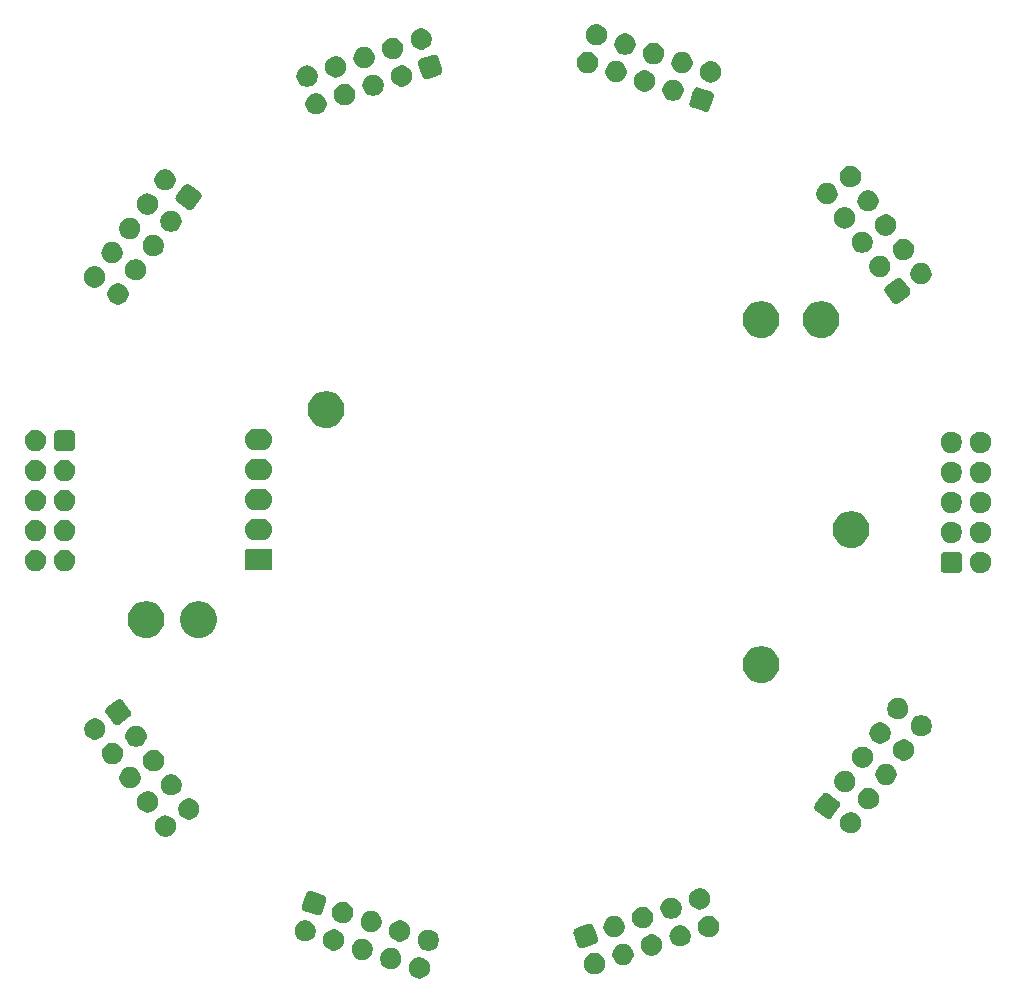
<source format=gbr>
G04 #@! TF.GenerationSoftware,KiCad,Pcbnew,5.1.6*
G04 #@! TF.CreationDate,2020-09-30T10:53:22+02:00*
G04 #@! TF.ProjectId,enigma-ToF,656e6967-6d61-42d5-946f-462e6b696361,rev?*
G04 #@! TF.SameCoordinates,Original*
G04 #@! TF.FileFunction,Soldermask,Bot*
G04 #@! TF.FilePolarity,Negative*
%FSLAX46Y46*%
G04 Gerber Fmt 4.6, Leading zero omitted, Abs format (unit mm)*
G04 Created by KiCad (PCBNEW 5.1.6) date 2020-09-30 10:53:22*
%MOMM*%
%LPD*%
G01*
G04 APERTURE LIST*
%ADD10C,0.100000*%
G04 APERTURE END LIST*
D10*
G36*
X62613512Y-108603927D02*
G01*
X62762812Y-108633624D01*
X62926784Y-108701544D01*
X63074354Y-108800147D01*
X63199853Y-108925646D01*
X63298456Y-109073216D01*
X63366376Y-109237188D01*
X63401000Y-109411259D01*
X63401000Y-109588741D01*
X63366376Y-109762812D01*
X63298456Y-109926784D01*
X63199853Y-110074354D01*
X63074354Y-110199853D01*
X62926784Y-110298456D01*
X62762812Y-110366376D01*
X62613512Y-110396073D01*
X62588742Y-110401000D01*
X62411258Y-110401000D01*
X62386488Y-110396073D01*
X62237188Y-110366376D01*
X62073216Y-110298456D01*
X61925646Y-110199853D01*
X61800147Y-110074354D01*
X61701544Y-109926784D01*
X61633624Y-109762812D01*
X61599000Y-109588741D01*
X61599000Y-109411259D01*
X61633624Y-109237188D01*
X61701544Y-109073216D01*
X61800147Y-108925646D01*
X61925646Y-108800147D01*
X62073216Y-108701544D01*
X62237188Y-108633624D01*
X62386488Y-108603927D01*
X62411258Y-108599000D01*
X62588742Y-108599000D01*
X62613512Y-108603927D01*
G37*
G36*
X77450778Y-108243540D02*
G01*
X77600078Y-108273237D01*
X77764050Y-108341157D01*
X77911620Y-108439760D01*
X78037119Y-108565259D01*
X78135722Y-108712829D01*
X78203642Y-108876801D01*
X78238266Y-109050872D01*
X78238266Y-109228354D01*
X78203642Y-109402425D01*
X78135722Y-109566397D01*
X78037119Y-109713967D01*
X77911620Y-109839466D01*
X77764050Y-109938069D01*
X77600078Y-110005989D01*
X77450778Y-110035686D01*
X77426008Y-110040613D01*
X77248524Y-110040613D01*
X77223754Y-110035686D01*
X77074454Y-110005989D01*
X76910482Y-109938069D01*
X76762912Y-109839466D01*
X76637413Y-109713967D01*
X76538810Y-109566397D01*
X76470890Y-109402425D01*
X76436266Y-109228354D01*
X76436266Y-109050872D01*
X76470890Y-108876801D01*
X76538810Y-108712829D01*
X76637413Y-108565259D01*
X76762912Y-108439760D01*
X76910482Y-108341157D01*
X77074454Y-108273237D01*
X77223754Y-108243540D01*
X77248524Y-108238613D01*
X77426008Y-108238613D01*
X77450778Y-108243540D01*
G37*
G36*
X60186586Y-107816788D02*
G01*
X60347128Y-107848721D01*
X60511100Y-107916641D01*
X60658670Y-108015244D01*
X60784169Y-108140743D01*
X60882772Y-108288313D01*
X60950692Y-108452285D01*
X60979875Y-108599000D01*
X60983559Y-108617520D01*
X60985316Y-108626356D01*
X60985316Y-108803838D01*
X60950692Y-108977909D01*
X60882772Y-109141881D01*
X60784169Y-109289451D01*
X60658670Y-109414950D01*
X60511100Y-109513553D01*
X60347128Y-109581473D01*
X60197828Y-109611170D01*
X60173058Y-109616097D01*
X59995574Y-109616097D01*
X59970804Y-109611170D01*
X59821504Y-109581473D01*
X59657532Y-109513553D01*
X59509962Y-109414950D01*
X59384463Y-109289451D01*
X59285860Y-109141881D01*
X59217940Y-108977909D01*
X59183316Y-108803838D01*
X59183316Y-108626356D01*
X59185074Y-108617520D01*
X59188757Y-108599000D01*
X59217940Y-108452285D01*
X59285860Y-108288313D01*
X59384463Y-108140743D01*
X59509962Y-108015244D01*
X59657532Y-107916641D01*
X59821504Y-107848721D01*
X59982046Y-107816788D01*
X59995574Y-107814097D01*
X60173058Y-107814097D01*
X60186586Y-107816788D01*
G37*
G36*
X79866461Y-107458636D02*
G01*
X80015761Y-107488333D01*
X80179733Y-107556253D01*
X80327303Y-107654856D01*
X80452802Y-107780355D01*
X80551405Y-107927925D01*
X80619325Y-108091897D01*
X80629720Y-108144159D01*
X80653949Y-108265967D01*
X80653949Y-108443451D01*
X80649022Y-108468221D01*
X80619325Y-108617521D01*
X80551405Y-108781493D01*
X80452802Y-108929063D01*
X80327303Y-109054562D01*
X80179733Y-109153165D01*
X80015761Y-109221085D01*
X79866461Y-109250782D01*
X79841691Y-109255709D01*
X79664207Y-109255709D01*
X79639437Y-109250782D01*
X79490137Y-109221085D01*
X79326165Y-109153165D01*
X79178595Y-109054562D01*
X79053096Y-108929063D01*
X78954493Y-108781493D01*
X78886573Y-108617521D01*
X78856876Y-108468221D01*
X78851949Y-108443451D01*
X78851949Y-108265967D01*
X78876178Y-108144159D01*
X78886573Y-108091897D01*
X78954493Y-107927925D01*
X79053096Y-107780355D01*
X79178595Y-107654856D01*
X79326165Y-107556253D01*
X79490137Y-107488333D01*
X79639437Y-107458636D01*
X79664207Y-107453709D01*
X79841691Y-107453709D01*
X79866461Y-107458636D01*
G37*
G36*
X57782145Y-107034121D02*
G01*
X57931445Y-107063818D01*
X58095417Y-107131738D01*
X58242987Y-107230341D01*
X58368486Y-107355840D01*
X58467089Y-107503410D01*
X58535009Y-107667382D01*
X58561639Y-107801263D01*
X58569633Y-107841452D01*
X58569633Y-108018936D01*
X58568073Y-108026777D01*
X58535009Y-108193006D01*
X58467089Y-108356978D01*
X58368486Y-108504548D01*
X58242987Y-108630047D01*
X58095417Y-108728650D01*
X57931445Y-108796570D01*
X57782145Y-108826267D01*
X57757375Y-108831194D01*
X57579891Y-108831194D01*
X57555121Y-108826267D01*
X57405821Y-108796570D01*
X57241849Y-108728650D01*
X57094279Y-108630047D01*
X56968780Y-108504548D01*
X56870177Y-108356978D01*
X56802257Y-108193006D01*
X56769193Y-108026777D01*
X56767633Y-108018936D01*
X56767633Y-107841452D01*
X56775627Y-107801263D01*
X56802257Y-107667382D01*
X56870177Y-107503410D01*
X56968780Y-107355840D01*
X57094279Y-107230341D01*
X57241849Y-107131738D01*
X57405821Y-107063818D01*
X57555121Y-107034121D01*
X57579891Y-107029194D01*
X57757375Y-107029194D01*
X57782145Y-107034121D01*
G37*
G36*
X82282145Y-106673733D02*
G01*
X82431445Y-106703430D01*
X82595417Y-106771350D01*
X82742987Y-106869953D01*
X82868486Y-106995452D01*
X82967089Y-107143022D01*
X83035009Y-107306994D01*
X83058126Y-107423213D01*
X83069633Y-107481064D01*
X83069633Y-107658548D01*
X83064706Y-107683318D01*
X83035009Y-107832618D01*
X82967089Y-107996590D01*
X82868486Y-108144160D01*
X82742987Y-108269659D01*
X82595417Y-108368262D01*
X82431445Y-108436182D01*
X82282145Y-108465879D01*
X82257375Y-108470806D01*
X82079891Y-108470806D01*
X82055121Y-108465879D01*
X81905821Y-108436182D01*
X81741849Y-108368262D01*
X81594279Y-108269659D01*
X81468780Y-108144160D01*
X81370177Y-107996590D01*
X81302257Y-107832618D01*
X81272560Y-107683318D01*
X81267633Y-107658548D01*
X81267633Y-107481064D01*
X81279140Y-107423213D01*
X81302257Y-107306994D01*
X81370177Y-107143022D01*
X81468780Y-106995452D01*
X81594279Y-106869953D01*
X81741849Y-106771350D01*
X81905821Y-106703430D01*
X82055121Y-106673733D01*
X82079891Y-106668806D01*
X82257375Y-106668806D01*
X82282145Y-106673733D01*
G37*
G36*
X63366067Y-106262811D02*
G01*
X63522994Y-106294025D01*
X63686966Y-106361945D01*
X63834536Y-106460548D01*
X63960035Y-106586047D01*
X64058638Y-106733617D01*
X64126558Y-106897589D01*
X64147652Y-107003639D01*
X64159623Y-107063819D01*
X64161182Y-107071660D01*
X64161182Y-107249142D01*
X64126558Y-107423213D01*
X64058638Y-107587185D01*
X63960035Y-107734755D01*
X63834536Y-107860254D01*
X63686966Y-107958857D01*
X63522994Y-108026777D01*
X63373694Y-108056474D01*
X63348924Y-108061401D01*
X63171440Y-108061401D01*
X63146670Y-108056474D01*
X62997370Y-108026777D01*
X62833398Y-107958857D01*
X62685828Y-107860254D01*
X62560329Y-107734755D01*
X62461726Y-107587185D01*
X62393806Y-107423213D01*
X62359182Y-107249142D01*
X62359182Y-107071660D01*
X62360742Y-107063819D01*
X62372712Y-107003639D01*
X62393806Y-106897589D01*
X62461726Y-106733617D01*
X62560329Y-106586047D01*
X62685828Y-106460548D01*
X62833398Y-106361945D01*
X62997370Y-106294025D01*
X63154297Y-106262811D01*
X63171440Y-106259401D01*
X63348924Y-106259401D01*
X63366067Y-106262811D01*
G37*
G36*
X55366461Y-106249218D02*
G01*
X55515761Y-106278915D01*
X55679733Y-106346835D01*
X55827303Y-106445438D01*
X55952802Y-106570937D01*
X56051405Y-106718507D01*
X56119325Y-106882479D01*
X56148508Y-107029194D01*
X56153949Y-107056549D01*
X56153949Y-107234033D01*
X56152389Y-107241874D01*
X56119325Y-107408103D01*
X56051405Y-107572075D01*
X55952802Y-107719645D01*
X55827303Y-107845144D01*
X55679733Y-107943747D01*
X55515761Y-108011667D01*
X55366461Y-108041364D01*
X55341691Y-108046291D01*
X55164207Y-108046291D01*
X55139437Y-108041364D01*
X54990137Y-108011667D01*
X54826165Y-107943747D01*
X54678595Y-107845144D01*
X54553096Y-107719645D01*
X54454493Y-107572075D01*
X54386573Y-107408103D01*
X54353509Y-107241874D01*
X54351949Y-107234033D01*
X54351949Y-107056549D01*
X54357390Y-107029194D01*
X54386573Y-106882479D01*
X54454493Y-106718507D01*
X54553096Y-106570937D01*
X54678595Y-106445438D01*
X54826165Y-106346835D01*
X54990137Y-106278915D01*
X55139437Y-106249218D01*
X55164207Y-106244291D01*
X55341691Y-106244291D01*
X55366461Y-106249218D01*
G37*
G36*
X77011603Y-105780744D02*
G01*
X77082323Y-105808424D01*
X77146283Y-105849368D01*
X77201028Y-105902003D01*
X77244451Y-105964307D01*
X77277357Y-106039536D01*
X77294773Y-106093137D01*
X77294774Y-106093139D01*
X77360046Y-106294025D01*
X77590614Y-107003639D01*
X77608212Y-107083847D01*
X77609703Y-107159777D01*
X77596354Y-107234533D01*
X77568674Y-107305253D01*
X77527730Y-107369213D01*
X77475095Y-107423958D01*
X77412791Y-107467381D01*
X77337562Y-107500287D01*
X77283961Y-107517703D01*
X77283959Y-107517704D01*
X77165317Y-107556253D01*
X76373459Y-107813544D01*
X76293251Y-107831142D01*
X76217321Y-107832633D01*
X76142565Y-107819284D01*
X76071845Y-107791604D01*
X76007885Y-107750660D01*
X75953140Y-107698025D01*
X75909717Y-107635721D01*
X75876811Y-107560492D01*
X75858265Y-107503412D01*
X75790149Y-107293776D01*
X75563554Y-106596389D01*
X75545956Y-106516181D01*
X75544465Y-106440251D01*
X75557814Y-106365495D01*
X75585494Y-106294775D01*
X75626438Y-106230815D01*
X75679073Y-106176070D01*
X75741377Y-106132647D01*
X75816606Y-106099741D01*
X75870207Y-106082325D01*
X75870209Y-106082324D01*
X76233428Y-105964307D01*
X76780709Y-105786484D01*
X76860917Y-105768886D01*
X76936847Y-105767395D01*
X77011603Y-105780744D01*
G37*
G36*
X84697828Y-105888830D02*
G01*
X84847128Y-105918527D01*
X85011100Y-105986447D01*
X85158670Y-106085050D01*
X85284169Y-106210549D01*
X85382772Y-106358119D01*
X85450692Y-106522091D01*
X85473809Y-106638310D01*
X85485316Y-106696161D01*
X85485316Y-106873645D01*
X85480553Y-106897589D01*
X85450692Y-107047715D01*
X85382772Y-107211687D01*
X85284169Y-107359257D01*
X85158670Y-107484756D01*
X85011100Y-107583359D01*
X84847128Y-107651279D01*
X84697828Y-107680976D01*
X84673058Y-107685903D01*
X84495574Y-107685903D01*
X84470804Y-107680976D01*
X84321504Y-107651279D01*
X84157532Y-107583359D01*
X84009962Y-107484756D01*
X83884463Y-107359257D01*
X83785860Y-107211687D01*
X83717940Y-107047715D01*
X83688079Y-106897589D01*
X83683316Y-106873645D01*
X83683316Y-106696161D01*
X83694823Y-106638310D01*
X83717940Y-106522091D01*
X83785860Y-106358119D01*
X83884463Y-106210549D01*
X84009962Y-106085050D01*
X84157532Y-105986447D01*
X84321504Y-105918527D01*
X84470804Y-105888830D01*
X84495574Y-105883903D01*
X84673058Y-105883903D01*
X84697828Y-105888830D01*
G37*
G36*
X60958010Y-105479425D02*
G01*
X61107310Y-105509122D01*
X61271282Y-105577042D01*
X61418852Y-105675645D01*
X61544351Y-105801144D01*
X61642954Y-105948714D01*
X61710874Y-106112686D01*
X61734581Y-106231873D01*
X61743939Y-106278916D01*
X61745498Y-106286757D01*
X61745498Y-106464239D01*
X61710874Y-106638310D01*
X61642954Y-106802282D01*
X61544351Y-106949852D01*
X61418852Y-107075351D01*
X61271282Y-107173954D01*
X61107310Y-107241874D01*
X60958010Y-107271571D01*
X60933240Y-107276498D01*
X60755756Y-107276498D01*
X60730986Y-107271571D01*
X60581686Y-107241874D01*
X60417714Y-107173954D01*
X60270144Y-107075351D01*
X60144645Y-106949852D01*
X60046042Y-106802282D01*
X59978122Y-106638310D01*
X59943498Y-106464239D01*
X59943498Y-106286757D01*
X59945058Y-106278916D01*
X59954415Y-106231873D01*
X59978122Y-106112686D01*
X60046042Y-105948714D01*
X60144645Y-105801144D01*
X60270144Y-105675645D01*
X60417714Y-105577042D01*
X60581686Y-105509122D01*
X60730986Y-105479425D01*
X60755756Y-105474498D01*
X60933240Y-105474498D01*
X60958010Y-105479425D01*
G37*
G36*
X52950778Y-105464314D02*
G01*
X53100078Y-105494011D01*
X53264050Y-105561931D01*
X53411620Y-105660534D01*
X53537119Y-105786033D01*
X53635722Y-105933603D01*
X53703642Y-106097575D01*
X53730144Y-106230815D01*
X53738266Y-106271645D01*
X53738266Y-106449129D01*
X53735994Y-106460549D01*
X53703642Y-106623199D01*
X53635722Y-106787171D01*
X53537119Y-106934741D01*
X53411620Y-107060240D01*
X53264050Y-107158843D01*
X53100078Y-107226763D01*
X52950778Y-107256460D01*
X52926008Y-107261387D01*
X52748524Y-107261387D01*
X52723754Y-107256460D01*
X52574454Y-107226763D01*
X52410482Y-107158843D01*
X52262912Y-107060240D01*
X52137413Y-106934741D01*
X52038810Y-106787171D01*
X51970890Y-106623199D01*
X51938538Y-106460549D01*
X51936266Y-106449129D01*
X51936266Y-106271645D01*
X51944388Y-106230815D01*
X51970890Y-106097575D01*
X52038810Y-105933603D01*
X52137413Y-105786033D01*
X52262912Y-105660534D01*
X52410482Y-105561931D01*
X52574454Y-105494011D01*
X52723754Y-105464314D01*
X52748524Y-105459387D01*
X52926008Y-105459387D01*
X52950778Y-105464314D01*
G37*
G36*
X79106280Y-105119037D02*
G01*
X79255580Y-105148734D01*
X79419552Y-105216654D01*
X79567122Y-105315257D01*
X79692621Y-105440756D01*
X79791224Y-105588326D01*
X79859144Y-105752298D01*
X79885321Y-105883903D01*
X79893768Y-105926368D01*
X79893768Y-106103852D01*
X79891010Y-106117715D01*
X79859144Y-106277922D01*
X79791224Y-106441894D01*
X79692621Y-106589464D01*
X79567122Y-106714963D01*
X79419552Y-106813566D01*
X79255580Y-106881486D01*
X79106280Y-106911183D01*
X79081510Y-106916110D01*
X78904026Y-106916110D01*
X78879256Y-106911183D01*
X78729956Y-106881486D01*
X78565984Y-106813566D01*
X78418414Y-106714963D01*
X78292915Y-106589464D01*
X78194312Y-106441894D01*
X78126392Y-106277922D01*
X78094526Y-106117715D01*
X78091768Y-106103852D01*
X78091768Y-105926368D01*
X78100215Y-105883903D01*
X78126392Y-105752298D01*
X78194312Y-105588326D01*
X78292915Y-105440756D01*
X78418414Y-105315257D01*
X78565984Y-105216654D01*
X78729956Y-105148734D01*
X78879256Y-105119037D01*
X78904026Y-105114110D01*
X79081510Y-105114110D01*
X79106280Y-105119037D01*
G37*
G36*
X87113512Y-105103927D02*
G01*
X87262812Y-105133624D01*
X87426784Y-105201544D01*
X87574354Y-105300147D01*
X87699853Y-105425646D01*
X87798456Y-105573216D01*
X87866376Y-105737188D01*
X87889493Y-105853407D01*
X87901000Y-105911258D01*
X87901000Y-106088742D01*
X87899440Y-106096583D01*
X87866376Y-106262812D01*
X87798456Y-106426784D01*
X87699853Y-106574354D01*
X87574354Y-106699853D01*
X87426784Y-106798456D01*
X87262812Y-106866376D01*
X87113512Y-106896073D01*
X87088742Y-106901000D01*
X86911258Y-106901000D01*
X86886488Y-106896073D01*
X86737188Y-106866376D01*
X86573216Y-106798456D01*
X86425646Y-106699853D01*
X86300147Y-106574354D01*
X86201544Y-106426784D01*
X86133624Y-106262812D01*
X86100560Y-106096583D01*
X86099000Y-106088742D01*
X86099000Y-105911258D01*
X86110507Y-105853407D01*
X86133624Y-105737188D01*
X86201544Y-105573216D01*
X86300147Y-105425646D01*
X86425646Y-105300147D01*
X86573216Y-105201544D01*
X86737188Y-105133624D01*
X86886488Y-105103927D01*
X86911258Y-105099000D01*
X87088742Y-105099000D01*
X87113512Y-105103927D01*
G37*
G36*
X58542327Y-104694522D02*
G01*
X58691627Y-104724219D01*
X58855599Y-104792139D01*
X59003169Y-104890742D01*
X59128668Y-105016241D01*
X59227271Y-105163811D01*
X59295191Y-105327783D01*
X59317662Y-105440756D01*
X59328058Y-105493018D01*
X59329815Y-105501854D01*
X59329815Y-105679336D01*
X59295191Y-105853407D01*
X59227271Y-106017379D01*
X59128668Y-106164949D01*
X59003169Y-106290448D01*
X58855599Y-106389051D01*
X58691627Y-106456971D01*
X58542327Y-106486668D01*
X58517557Y-106491595D01*
X58340073Y-106491595D01*
X58315303Y-106486668D01*
X58166003Y-106456971D01*
X58002031Y-106389051D01*
X57854461Y-106290448D01*
X57728962Y-106164949D01*
X57630359Y-106017379D01*
X57562439Y-105853407D01*
X57527815Y-105679336D01*
X57527815Y-105501854D01*
X57529573Y-105493018D01*
X57539968Y-105440756D01*
X57562439Y-105327783D01*
X57630359Y-105163811D01*
X57728962Y-105016241D01*
X57854461Y-104890742D01*
X58002031Y-104792139D01*
X58166003Y-104724219D01*
X58315303Y-104694522D01*
X58340073Y-104689595D01*
X58517557Y-104689595D01*
X58542327Y-104694522D01*
G37*
G36*
X81521963Y-104334134D02*
G01*
X81671263Y-104363831D01*
X81835235Y-104431751D01*
X81982805Y-104530354D01*
X82108304Y-104655853D01*
X82206907Y-104803423D01*
X82274827Y-104967395D01*
X82291935Y-105053407D01*
X82309451Y-105141465D01*
X82309451Y-105318949D01*
X82304524Y-105343719D01*
X82274827Y-105493019D01*
X82206907Y-105656991D01*
X82108304Y-105804561D01*
X81982805Y-105930060D01*
X81835235Y-106028663D01*
X81671263Y-106096583D01*
X81521963Y-106126280D01*
X81497193Y-106131207D01*
X81319709Y-106131207D01*
X81294939Y-106126280D01*
X81145639Y-106096583D01*
X80981667Y-106028663D01*
X80834097Y-105930060D01*
X80708598Y-105804561D01*
X80609995Y-105656991D01*
X80542075Y-105493019D01*
X80512378Y-105343719D01*
X80507451Y-105318949D01*
X80507451Y-105141465D01*
X80524967Y-105053407D01*
X80542075Y-104967395D01*
X80609995Y-104803423D01*
X80708598Y-104655853D01*
X80834097Y-104530354D01*
X80981667Y-104431751D01*
X81145639Y-104363831D01*
X81294939Y-104334134D01*
X81319709Y-104329207D01*
X81497193Y-104329207D01*
X81521963Y-104334134D01*
G37*
G36*
X56126643Y-103909618D02*
G01*
X56275943Y-103939315D01*
X56439915Y-104007235D01*
X56587485Y-104105838D01*
X56712984Y-104231337D01*
X56811587Y-104378907D01*
X56879507Y-104542879D01*
X56914131Y-104716950D01*
X56914131Y-104894432D01*
X56879507Y-105068503D01*
X56811587Y-105232475D01*
X56712984Y-105380045D01*
X56587485Y-105505544D01*
X56439915Y-105604147D01*
X56275943Y-105672067D01*
X56126643Y-105701764D01*
X56101873Y-105706691D01*
X55924389Y-105706691D01*
X55899619Y-105701764D01*
X55750319Y-105672067D01*
X55586347Y-105604147D01*
X55438777Y-105505544D01*
X55313278Y-105380045D01*
X55214675Y-105232475D01*
X55146755Y-105068503D01*
X55112131Y-104894432D01*
X55112131Y-104716950D01*
X55146755Y-104542879D01*
X55214675Y-104378907D01*
X55313278Y-104231337D01*
X55438777Y-104105838D01*
X55586347Y-104007235D01*
X55750319Y-103939315D01*
X55899619Y-103909618D01*
X55924389Y-103904691D01*
X56101873Y-103904691D01*
X56126643Y-103909618D01*
G37*
G36*
X83937647Y-103549231D02*
G01*
X84086947Y-103578928D01*
X84250919Y-103646848D01*
X84398489Y-103745451D01*
X84523988Y-103870950D01*
X84622591Y-104018520D01*
X84690511Y-104182492D01*
X84725135Y-104356563D01*
X84725135Y-104534045D01*
X84690511Y-104708116D01*
X84622591Y-104872088D01*
X84523988Y-105019658D01*
X84398489Y-105145157D01*
X84250919Y-105243760D01*
X84086947Y-105311680D01*
X83937647Y-105341377D01*
X83912877Y-105346304D01*
X83735393Y-105346304D01*
X83710623Y-105341377D01*
X83561323Y-105311680D01*
X83397351Y-105243760D01*
X83249781Y-105145157D01*
X83124282Y-105019658D01*
X83025679Y-104872088D01*
X82957759Y-104708116D01*
X82923135Y-104534045D01*
X82923135Y-104356563D01*
X82957759Y-104182492D01*
X83025679Y-104018520D01*
X83124282Y-103870950D01*
X83249781Y-103745451D01*
X83397351Y-103646848D01*
X83561323Y-103578928D01*
X83710623Y-103549231D01*
X83735393Y-103544304D01*
X83912877Y-103544304D01*
X83937647Y-103549231D01*
G37*
G36*
X53313615Y-102989660D02*
G01*
X53393823Y-103007258D01*
X53941104Y-103185081D01*
X54304323Y-103303098D01*
X54304325Y-103303099D01*
X54357926Y-103320515D01*
X54433155Y-103353421D01*
X54495459Y-103396844D01*
X54548094Y-103451589D01*
X54589038Y-103515549D01*
X54616718Y-103586269D01*
X54630067Y-103661025D01*
X54628576Y-103736955D01*
X54610978Y-103817163D01*
X54411286Y-104431751D01*
X54316257Y-104724220D01*
X54297721Y-104781266D01*
X54264815Y-104856495D01*
X54221392Y-104918799D01*
X54166647Y-104971434D01*
X54102687Y-105012378D01*
X54031967Y-105040058D01*
X53957211Y-105053407D01*
X53881281Y-105051916D01*
X53801073Y-105034318D01*
X53022261Y-104781266D01*
X52890573Y-104738478D01*
X52890571Y-104738477D01*
X52836970Y-104721061D01*
X52761741Y-104688155D01*
X52699437Y-104644732D01*
X52646802Y-104589987D01*
X52605858Y-104526027D01*
X52578178Y-104455307D01*
X52564829Y-104380551D01*
X52566320Y-104304621D01*
X52583918Y-104224413D01*
X52852812Y-103396844D01*
X52879758Y-103313913D01*
X52879759Y-103313911D01*
X52897175Y-103260310D01*
X52930081Y-103185081D01*
X52973504Y-103122777D01*
X53028249Y-103070142D01*
X53092209Y-103029198D01*
X53162929Y-103001518D01*
X53237685Y-102988169D01*
X53313615Y-102989660D01*
G37*
G36*
X86353330Y-102764328D02*
G01*
X86502630Y-102794025D01*
X86666602Y-102861945D01*
X86814172Y-102960548D01*
X86939671Y-103086047D01*
X87038274Y-103233617D01*
X87106194Y-103397589D01*
X87140818Y-103571660D01*
X87140818Y-103749142D01*
X87106194Y-103923213D01*
X87038274Y-104087185D01*
X86939671Y-104234755D01*
X86814172Y-104360254D01*
X86666602Y-104458857D01*
X86502630Y-104526777D01*
X86353330Y-104556474D01*
X86328560Y-104561401D01*
X86151076Y-104561401D01*
X86126306Y-104556474D01*
X85977006Y-104526777D01*
X85813034Y-104458857D01*
X85665464Y-104360254D01*
X85539965Y-104234755D01*
X85441362Y-104087185D01*
X85373442Y-103923213D01*
X85338818Y-103749142D01*
X85338818Y-103571660D01*
X85373442Y-103397589D01*
X85441362Y-103233617D01*
X85539965Y-103086047D01*
X85665464Y-102960548D01*
X85813034Y-102861945D01*
X85977006Y-102794025D01*
X86126306Y-102764328D01*
X86151076Y-102759401D01*
X86328560Y-102759401D01*
X86353330Y-102764328D01*
G37*
G36*
X41113512Y-96603927D02*
G01*
X41262812Y-96633624D01*
X41426784Y-96701544D01*
X41574354Y-96800147D01*
X41699853Y-96925646D01*
X41798456Y-97073216D01*
X41866376Y-97237188D01*
X41901000Y-97411259D01*
X41901000Y-97588741D01*
X41866376Y-97762812D01*
X41798456Y-97926784D01*
X41699853Y-98074354D01*
X41574354Y-98199853D01*
X41426784Y-98298456D01*
X41262812Y-98366376D01*
X41113512Y-98396073D01*
X41088742Y-98401000D01*
X40911258Y-98401000D01*
X40886488Y-98396073D01*
X40737188Y-98366376D01*
X40573216Y-98298456D01*
X40425646Y-98199853D01*
X40300147Y-98074354D01*
X40201544Y-97926784D01*
X40133624Y-97762812D01*
X40099000Y-97588741D01*
X40099000Y-97411259D01*
X40133624Y-97237188D01*
X40201544Y-97073216D01*
X40300147Y-96925646D01*
X40425646Y-96800147D01*
X40573216Y-96701544D01*
X40737188Y-96633624D01*
X40886488Y-96603927D01*
X40911258Y-96599000D01*
X41088742Y-96599000D01*
X41113512Y-96603927D01*
G37*
G36*
X99141614Y-96323540D02*
G01*
X99290914Y-96353237D01*
X99454886Y-96421157D01*
X99602456Y-96519760D01*
X99727955Y-96645259D01*
X99826558Y-96792829D01*
X99894478Y-96956801D01*
X99929102Y-97130872D01*
X99929102Y-97308354D01*
X99894478Y-97482425D01*
X99826558Y-97646397D01*
X99727955Y-97793967D01*
X99602456Y-97919466D01*
X99454886Y-98018069D01*
X99290914Y-98085989D01*
X99141614Y-98115686D01*
X99116844Y-98120613D01*
X98939360Y-98120613D01*
X98914590Y-98115686D01*
X98765290Y-98085989D01*
X98601318Y-98018069D01*
X98453748Y-97919466D01*
X98328249Y-97793967D01*
X98229646Y-97646397D01*
X98161726Y-97482425D01*
X98127102Y-97308354D01*
X98127102Y-97130872D01*
X98161726Y-96956801D01*
X98229646Y-96792829D01*
X98328249Y-96645259D01*
X98453748Y-96519760D01*
X98601318Y-96421157D01*
X98765290Y-96353237D01*
X98914590Y-96323540D01*
X98939360Y-96318613D01*
X99116844Y-96318613D01*
X99141614Y-96323540D01*
G37*
G36*
X43103694Y-95157975D02*
G01*
X43252994Y-95187672D01*
X43416966Y-95255592D01*
X43564536Y-95354195D01*
X43690035Y-95479694D01*
X43788638Y-95627264D01*
X43856558Y-95791236D01*
X43872611Y-95871944D01*
X43891182Y-95965306D01*
X43891182Y-96142790D01*
X43890752Y-96144950D01*
X43856558Y-96316860D01*
X43788638Y-96480832D01*
X43690035Y-96628402D01*
X43564536Y-96753901D01*
X43416966Y-96852504D01*
X43252994Y-96920424D01*
X43103694Y-96950121D01*
X43078924Y-96955048D01*
X42901440Y-96955048D01*
X42876670Y-96950121D01*
X42727370Y-96920424D01*
X42563398Y-96852504D01*
X42415828Y-96753901D01*
X42290329Y-96628402D01*
X42191726Y-96480832D01*
X42123806Y-96316860D01*
X42089612Y-96144950D01*
X42089182Y-96142790D01*
X42089182Y-95965306D01*
X42107753Y-95871944D01*
X42123806Y-95791236D01*
X42191726Y-95627264D01*
X42290329Y-95479694D01*
X42415828Y-95354195D01*
X42563398Y-95255592D01*
X42727370Y-95187672D01*
X42876670Y-95157975D01*
X42901440Y-95153048D01*
X43078924Y-95153048D01*
X43103694Y-95157975D01*
G37*
G36*
X97014863Y-94680409D02*
G01*
X97086614Y-94705290D01*
X97157458Y-94746813D01*
X97977571Y-95342660D01*
X98038955Y-95397207D01*
X98084789Y-95457755D01*
X98117931Y-95526084D01*
X98137106Y-95599568D01*
X98141576Y-95675378D01*
X98131172Y-95750604D01*
X98106291Y-95822355D01*
X98064768Y-95893199D01*
X97468921Y-96713312D01*
X97414374Y-96774696D01*
X97353826Y-96820530D01*
X97285497Y-96853672D01*
X97212013Y-96872847D01*
X97136203Y-96877317D01*
X97060977Y-96866913D01*
X96989226Y-96842032D01*
X96918382Y-96800509D01*
X96098269Y-96204662D01*
X96036885Y-96150115D01*
X95991051Y-96089567D01*
X95957909Y-96021238D01*
X95938734Y-95947754D01*
X95934264Y-95871944D01*
X95944668Y-95796718D01*
X95969549Y-95724967D01*
X96011072Y-95654123D01*
X96606919Y-94834010D01*
X96661466Y-94772626D01*
X96722014Y-94726792D01*
X96790343Y-94693650D01*
X96863827Y-94674475D01*
X96939637Y-94670005D01*
X97014863Y-94680409D01*
G37*
G36*
X39620537Y-94549024D02*
G01*
X39769837Y-94578721D01*
X39933809Y-94646641D01*
X40081379Y-94745244D01*
X40206878Y-94870743D01*
X40305481Y-95018313D01*
X40373401Y-95182285D01*
X40387556Y-95253450D01*
X40407596Y-95354196D01*
X40408025Y-95356356D01*
X40408025Y-95533838D01*
X40373401Y-95707909D01*
X40305481Y-95871881D01*
X40206878Y-96019451D01*
X40081379Y-96144950D01*
X39933809Y-96243553D01*
X39769837Y-96311473D01*
X39620537Y-96341170D01*
X39595767Y-96346097D01*
X39418283Y-96346097D01*
X39393513Y-96341170D01*
X39244213Y-96311473D01*
X39080241Y-96243553D01*
X38932671Y-96144950D01*
X38807172Y-96019451D01*
X38708569Y-95871881D01*
X38640649Y-95707909D01*
X38606025Y-95533838D01*
X38606025Y-95356356D01*
X38606455Y-95354196D01*
X38626494Y-95253450D01*
X38640649Y-95182285D01*
X38708569Y-95018313D01*
X38807172Y-94870743D01*
X38932671Y-94745244D01*
X39080241Y-94646641D01*
X39244213Y-94578721D01*
X39393513Y-94549024D01*
X39418283Y-94544097D01*
X39595767Y-94544097D01*
X39620537Y-94549024D01*
G37*
G36*
X100634588Y-94268636D02*
G01*
X100783888Y-94298333D01*
X100947860Y-94366253D01*
X101095430Y-94464856D01*
X101220929Y-94590355D01*
X101319532Y-94737925D01*
X101387452Y-94901897D01*
X101422076Y-95075968D01*
X101422076Y-95253450D01*
X101387452Y-95427521D01*
X101319532Y-95591493D01*
X101220929Y-95739063D01*
X101095430Y-95864562D01*
X100947860Y-95963165D01*
X100783888Y-96031085D01*
X100634588Y-96060782D01*
X100609818Y-96065709D01*
X100432334Y-96065709D01*
X100407564Y-96060782D01*
X100258264Y-96031085D01*
X100094292Y-95963165D01*
X99946722Y-95864562D01*
X99821223Y-95739063D01*
X99722620Y-95591493D01*
X99654700Y-95427521D01*
X99620076Y-95253450D01*
X99620076Y-95075968D01*
X99654700Y-94901897D01*
X99722620Y-94737925D01*
X99821223Y-94590355D01*
X99946722Y-94464856D01*
X100094292Y-94366253D01*
X100258264Y-94298333D01*
X100407564Y-94268636D01*
X100432334Y-94263709D01*
X100609818Y-94263709D01*
X100634588Y-94268636D01*
G37*
G36*
X41610719Y-93103072D02*
G01*
X41760019Y-93132769D01*
X41923991Y-93200689D01*
X42071561Y-93299292D01*
X42197060Y-93424791D01*
X42295663Y-93572361D01*
X42363583Y-93736333D01*
X42393280Y-93885633D01*
X42398207Y-93910403D01*
X42398207Y-94087887D01*
X42397777Y-94090047D01*
X42363583Y-94261957D01*
X42295663Y-94425929D01*
X42197060Y-94573499D01*
X42071561Y-94698998D01*
X41923991Y-94797601D01*
X41760019Y-94865521D01*
X41610719Y-94895218D01*
X41585949Y-94900145D01*
X41408465Y-94900145D01*
X41383695Y-94895218D01*
X41234395Y-94865521D01*
X41070423Y-94797601D01*
X40922853Y-94698998D01*
X40797354Y-94573499D01*
X40698751Y-94425929D01*
X40630831Y-94261957D01*
X40596637Y-94090047D01*
X40596207Y-94087887D01*
X40596207Y-93910403D01*
X40601134Y-93885633D01*
X40630831Y-93736333D01*
X40698751Y-93572361D01*
X40797354Y-93424791D01*
X40922853Y-93299292D01*
X41070423Y-93200689D01*
X41234395Y-93132769D01*
X41383695Y-93103072D01*
X41408465Y-93098145D01*
X41585949Y-93098145D01*
X41610719Y-93103072D01*
G37*
G36*
X98644407Y-92822685D02*
G01*
X98793707Y-92852382D01*
X98957679Y-92920302D01*
X99105249Y-93018905D01*
X99230748Y-93144404D01*
X99329351Y-93291974D01*
X99397271Y-93455946D01*
X99420427Y-93572361D01*
X99431895Y-93630016D01*
X99431895Y-93807500D01*
X99430010Y-93816976D01*
X99397271Y-93981570D01*
X99329351Y-94145542D01*
X99230748Y-94293112D01*
X99105249Y-94418611D01*
X98957679Y-94517214D01*
X98793707Y-94585134D01*
X98644407Y-94614831D01*
X98619637Y-94619758D01*
X98442153Y-94619758D01*
X98417383Y-94614831D01*
X98268083Y-94585134D01*
X98104111Y-94517214D01*
X97956541Y-94418611D01*
X97831042Y-94293112D01*
X97732439Y-94145542D01*
X97664519Y-93981570D01*
X97631780Y-93816976D01*
X97629895Y-93807500D01*
X97629895Y-93630016D01*
X97641363Y-93572361D01*
X97664519Y-93455946D01*
X97732439Y-93291974D01*
X97831042Y-93144404D01*
X97956541Y-93018905D01*
X98104111Y-92920302D01*
X98268083Y-92852382D01*
X98417383Y-92822685D01*
X98442153Y-92817758D01*
X98619637Y-92817758D01*
X98644407Y-92822685D01*
G37*
G36*
X38127563Y-92494121D02*
G01*
X38276863Y-92523818D01*
X38440835Y-92591738D01*
X38588405Y-92690341D01*
X38713904Y-92815840D01*
X38812507Y-92963410D01*
X38880427Y-93127382D01*
X38894582Y-93198547D01*
X38914622Y-93299293D01*
X38915051Y-93301453D01*
X38915051Y-93478935D01*
X38880427Y-93653006D01*
X38812507Y-93816978D01*
X38713904Y-93964548D01*
X38588405Y-94090047D01*
X38440835Y-94188650D01*
X38276863Y-94256570D01*
X38127563Y-94286267D01*
X38102793Y-94291194D01*
X37925309Y-94291194D01*
X37900539Y-94286267D01*
X37751239Y-94256570D01*
X37587267Y-94188650D01*
X37439697Y-94090047D01*
X37314198Y-93964548D01*
X37215595Y-93816978D01*
X37147675Y-93653006D01*
X37113051Y-93478935D01*
X37113051Y-93301453D01*
X37113481Y-93299293D01*
X37133520Y-93198547D01*
X37147675Y-93127382D01*
X37215595Y-92963410D01*
X37314198Y-92815840D01*
X37439697Y-92690341D01*
X37587267Y-92591738D01*
X37751239Y-92523818D01*
X37900539Y-92494121D01*
X37925309Y-92489194D01*
X38102793Y-92489194D01*
X38127563Y-92494121D01*
G37*
G36*
X102127563Y-92213733D02*
G01*
X102276863Y-92243430D01*
X102440835Y-92311350D01*
X102588405Y-92409953D01*
X102713904Y-92535452D01*
X102812507Y-92683022D01*
X102880427Y-92846994D01*
X102895008Y-92920302D01*
X102914622Y-93018905D01*
X102915051Y-93021065D01*
X102915051Y-93198547D01*
X102880427Y-93372618D01*
X102812507Y-93536590D01*
X102713904Y-93684160D01*
X102588405Y-93809659D01*
X102440835Y-93908262D01*
X102276863Y-93976182D01*
X102127563Y-94005879D01*
X102102793Y-94010806D01*
X101925309Y-94010806D01*
X101900539Y-94005879D01*
X101751239Y-93976182D01*
X101587267Y-93908262D01*
X101439697Y-93809659D01*
X101314198Y-93684160D01*
X101215595Y-93536590D01*
X101147675Y-93372618D01*
X101113051Y-93198547D01*
X101113051Y-93021065D01*
X101113481Y-93018905D01*
X101133094Y-92920302D01*
X101147675Y-92846994D01*
X101215595Y-92683022D01*
X101314198Y-92535452D01*
X101439697Y-92409953D01*
X101587267Y-92311350D01*
X101751239Y-92243430D01*
X101900539Y-92213733D01*
X101925309Y-92208806D01*
X102102793Y-92208806D01*
X102127563Y-92213733D01*
G37*
G36*
X40117745Y-91048169D02*
G01*
X40267045Y-91077866D01*
X40431017Y-91145786D01*
X40578587Y-91244389D01*
X40704086Y-91369888D01*
X40802689Y-91517458D01*
X40870609Y-91681430D01*
X40900306Y-91830730D01*
X40905233Y-91855500D01*
X40905233Y-92032984D01*
X40904803Y-92035144D01*
X40870609Y-92207054D01*
X40802689Y-92371026D01*
X40704086Y-92518596D01*
X40578587Y-92644095D01*
X40431017Y-92742698D01*
X40267045Y-92810618D01*
X40117745Y-92840315D01*
X40092975Y-92845242D01*
X39915491Y-92845242D01*
X39890721Y-92840315D01*
X39741421Y-92810618D01*
X39577449Y-92742698D01*
X39429879Y-92644095D01*
X39304380Y-92518596D01*
X39205777Y-92371026D01*
X39137857Y-92207054D01*
X39103663Y-92035144D01*
X39103233Y-92032984D01*
X39103233Y-91855500D01*
X39108160Y-91830730D01*
X39137857Y-91681430D01*
X39205777Y-91517458D01*
X39304380Y-91369888D01*
X39429879Y-91244389D01*
X39577449Y-91145786D01*
X39741421Y-91077866D01*
X39890721Y-91048169D01*
X39915491Y-91043242D01*
X40092975Y-91043242D01*
X40117745Y-91048169D01*
G37*
G36*
X100137381Y-90767782D02*
G01*
X100286681Y-90797479D01*
X100450653Y-90865399D01*
X100598223Y-90964002D01*
X100723722Y-91089501D01*
X100822325Y-91237071D01*
X100890245Y-91401043D01*
X100913401Y-91517458D01*
X100924869Y-91575113D01*
X100924869Y-91752597D01*
X100922984Y-91762073D01*
X100890245Y-91926667D01*
X100822325Y-92090639D01*
X100723722Y-92238209D01*
X100598223Y-92363708D01*
X100450653Y-92462311D01*
X100286681Y-92530231D01*
X100137381Y-92559928D01*
X100112611Y-92564855D01*
X99935127Y-92564855D01*
X99910357Y-92559928D01*
X99761057Y-92530231D01*
X99597085Y-92462311D01*
X99449515Y-92363708D01*
X99324016Y-92238209D01*
X99225413Y-92090639D01*
X99157493Y-91926667D01*
X99124754Y-91762073D01*
X99122869Y-91752597D01*
X99122869Y-91575113D01*
X99134337Y-91517458D01*
X99157493Y-91401043D01*
X99225413Y-91237071D01*
X99324016Y-91089501D01*
X99449515Y-90964002D01*
X99597085Y-90865399D01*
X99761057Y-90797479D01*
X99910357Y-90767782D01*
X99935127Y-90762855D01*
X100112611Y-90762855D01*
X100137381Y-90767782D01*
G37*
G36*
X36634588Y-90439218D02*
G01*
X36783888Y-90468915D01*
X36947860Y-90536835D01*
X37095430Y-90635438D01*
X37220929Y-90760937D01*
X37319532Y-90908507D01*
X37387452Y-91072479D01*
X37401607Y-91143644D01*
X37421647Y-91244390D01*
X37422076Y-91246550D01*
X37422076Y-91424032D01*
X37387452Y-91598103D01*
X37319532Y-91762075D01*
X37220929Y-91909645D01*
X37095430Y-92035144D01*
X36947860Y-92133747D01*
X36783888Y-92201667D01*
X36634588Y-92231364D01*
X36609818Y-92236291D01*
X36432334Y-92236291D01*
X36407564Y-92231364D01*
X36258264Y-92201667D01*
X36094292Y-92133747D01*
X35946722Y-92035144D01*
X35821223Y-91909645D01*
X35722620Y-91762075D01*
X35654700Y-91598103D01*
X35620076Y-91424032D01*
X35620076Y-91246550D01*
X35620506Y-91244390D01*
X35640545Y-91143644D01*
X35654700Y-91072479D01*
X35722620Y-90908507D01*
X35821223Y-90760937D01*
X35946722Y-90635438D01*
X36094292Y-90536835D01*
X36258264Y-90468915D01*
X36407564Y-90439218D01*
X36432334Y-90434291D01*
X36609818Y-90434291D01*
X36634588Y-90439218D01*
G37*
G36*
X103620537Y-90158830D02*
G01*
X103769837Y-90188527D01*
X103933809Y-90256447D01*
X104081379Y-90355050D01*
X104206878Y-90480549D01*
X104305481Y-90628119D01*
X104373401Y-90792091D01*
X104387982Y-90865399D01*
X104407596Y-90964002D01*
X104408025Y-90966162D01*
X104408025Y-91143644D01*
X104373401Y-91317715D01*
X104305481Y-91481687D01*
X104206878Y-91629257D01*
X104081379Y-91754756D01*
X103933809Y-91853359D01*
X103769837Y-91921279D01*
X103620537Y-91950976D01*
X103595767Y-91955903D01*
X103418283Y-91955903D01*
X103393513Y-91950976D01*
X103244213Y-91921279D01*
X103080241Y-91853359D01*
X102932671Y-91754756D01*
X102807172Y-91629257D01*
X102708569Y-91481687D01*
X102640649Y-91317715D01*
X102606025Y-91143644D01*
X102606025Y-90966162D01*
X102606455Y-90964002D01*
X102626068Y-90865399D01*
X102640649Y-90792091D01*
X102708569Y-90628119D01*
X102807172Y-90480549D01*
X102932671Y-90355050D01*
X103080241Y-90256447D01*
X103244213Y-90188527D01*
X103393513Y-90158830D01*
X103418283Y-90153903D01*
X103595767Y-90153903D01*
X103620537Y-90158830D01*
G37*
G36*
X38624770Y-88993266D02*
G01*
X38774070Y-89022963D01*
X38938042Y-89090883D01*
X39085612Y-89189486D01*
X39211111Y-89314985D01*
X39309714Y-89462555D01*
X39377634Y-89626527D01*
X39407331Y-89775827D01*
X39412258Y-89800597D01*
X39412258Y-89978081D01*
X39407331Y-90002851D01*
X39377634Y-90152151D01*
X39309714Y-90316123D01*
X39211111Y-90463693D01*
X39085612Y-90589192D01*
X38938042Y-90687795D01*
X38774070Y-90755715D01*
X38624770Y-90785412D01*
X38600000Y-90790339D01*
X38422516Y-90790339D01*
X38397746Y-90785412D01*
X38248446Y-90755715D01*
X38084474Y-90687795D01*
X37936904Y-90589192D01*
X37811405Y-90463693D01*
X37712802Y-90316123D01*
X37644882Y-90152151D01*
X37615185Y-90002851D01*
X37610258Y-89978081D01*
X37610258Y-89800597D01*
X37615185Y-89775827D01*
X37644882Y-89626527D01*
X37712802Y-89462555D01*
X37811405Y-89314985D01*
X37936904Y-89189486D01*
X38084474Y-89090883D01*
X38248446Y-89022963D01*
X38397746Y-88993266D01*
X38422516Y-88988339D01*
X38600000Y-88988339D01*
X38624770Y-88993266D01*
G37*
G36*
X101630356Y-88712878D02*
G01*
X101779656Y-88742575D01*
X101943628Y-88810495D01*
X102091198Y-88909098D01*
X102216697Y-89034597D01*
X102315300Y-89182167D01*
X102383220Y-89346139D01*
X102406376Y-89462555D01*
X102417844Y-89520209D01*
X102417844Y-89697693D01*
X102417414Y-89699853D01*
X102383220Y-89871763D01*
X102315300Y-90035735D01*
X102216697Y-90183305D01*
X102091198Y-90308804D01*
X101943628Y-90407407D01*
X101779656Y-90475327D01*
X101630356Y-90505024D01*
X101605586Y-90509951D01*
X101428102Y-90509951D01*
X101403332Y-90505024D01*
X101254032Y-90475327D01*
X101090060Y-90407407D01*
X100942490Y-90308804D01*
X100816991Y-90183305D01*
X100718388Y-90035735D01*
X100650468Y-89871763D01*
X100616274Y-89699853D01*
X100615844Y-89697693D01*
X100615844Y-89520209D01*
X100627312Y-89462555D01*
X100650468Y-89346139D01*
X100718388Y-89182167D01*
X100816991Y-89034597D01*
X100942490Y-88909098D01*
X101090060Y-88810495D01*
X101254032Y-88742575D01*
X101403332Y-88712878D01*
X101428102Y-88707951D01*
X101605586Y-88707951D01*
X101630356Y-88712878D01*
G37*
G36*
X35141614Y-88384314D02*
G01*
X35290914Y-88414011D01*
X35454886Y-88481931D01*
X35602456Y-88580534D01*
X35727955Y-88706033D01*
X35826558Y-88853603D01*
X35894478Y-89017575D01*
X35909059Y-89090883D01*
X35928673Y-89189486D01*
X35929102Y-89191646D01*
X35929102Y-89369128D01*
X35894478Y-89543199D01*
X35826558Y-89707171D01*
X35727955Y-89854741D01*
X35602456Y-89980240D01*
X35454886Y-90078843D01*
X35290914Y-90146763D01*
X35141614Y-90176460D01*
X35116844Y-90181387D01*
X34939360Y-90181387D01*
X34914590Y-90176460D01*
X34765290Y-90146763D01*
X34601318Y-90078843D01*
X34453748Y-89980240D01*
X34328249Y-89854741D01*
X34229646Y-89707171D01*
X34161726Y-89543199D01*
X34127102Y-89369128D01*
X34127102Y-89191646D01*
X34127532Y-89189486D01*
X34147145Y-89090883D01*
X34161726Y-89017575D01*
X34229646Y-88853603D01*
X34328249Y-88706033D01*
X34453748Y-88580534D01*
X34601318Y-88481931D01*
X34765290Y-88414011D01*
X34914590Y-88384314D01*
X34939360Y-88379387D01*
X35116844Y-88379387D01*
X35141614Y-88384314D01*
G37*
G36*
X105113512Y-88103927D02*
G01*
X105262812Y-88133624D01*
X105426784Y-88201544D01*
X105574354Y-88300147D01*
X105699853Y-88425646D01*
X105798456Y-88573216D01*
X105866376Y-88737188D01*
X105893353Y-88872814D01*
X105900571Y-88909099D01*
X105901000Y-88911259D01*
X105901000Y-89088741D01*
X105866376Y-89262812D01*
X105798456Y-89426784D01*
X105699853Y-89574354D01*
X105574354Y-89699853D01*
X105426784Y-89798456D01*
X105262812Y-89866376D01*
X105113512Y-89896073D01*
X105088742Y-89901000D01*
X104911258Y-89901000D01*
X104886488Y-89896073D01*
X104737188Y-89866376D01*
X104573216Y-89798456D01*
X104425646Y-89699853D01*
X104300147Y-89574354D01*
X104201544Y-89426784D01*
X104133624Y-89262812D01*
X104099000Y-89088741D01*
X104099000Y-88911259D01*
X104099430Y-88909099D01*
X104106647Y-88872814D01*
X104133624Y-88737188D01*
X104201544Y-88573216D01*
X104300147Y-88425646D01*
X104425646Y-88300147D01*
X104573216Y-88201544D01*
X104737188Y-88133624D01*
X104886488Y-88103927D01*
X104911258Y-88099000D01*
X105088742Y-88099000D01*
X105113512Y-88103927D01*
G37*
G36*
X37192377Y-86735250D02*
G01*
X37265861Y-86754425D01*
X37334190Y-86787567D01*
X37394738Y-86833401D01*
X37449285Y-86894785D01*
X38045132Y-87714898D01*
X38086655Y-87785742D01*
X38111536Y-87857493D01*
X38121940Y-87932719D01*
X38117470Y-88008529D01*
X38098295Y-88082013D01*
X38065153Y-88150342D01*
X38019319Y-88210890D01*
X37957935Y-88265437D01*
X37137822Y-88861284D01*
X37066978Y-88902807D01*
X36995227Y-88927688D01*
X36920001Y-88938092D01*
X36844191Y-88933622D01*
X36770707Y-88914447D01*
X36702378Y-88881305D01*
X36641830Y-88835471D01*
X36587283Y-88774087D01*
X35991436Y-87953974D01*
X35949913Y-87883130D01*
X35925032Y-87811379D01*
X35914628Y-87736153D01*
X35919098Y-87660343D01*
X35938273Y-87586859D01*
X35971415Y-87518530D01*
X36017249Y-87457982D01*
X36078633Y-87403435D01*
X36898746Y-86807588D01*
X36969590Y-86766065D01*
X37041341Y-86741184D01*
X37116567Y-86730780D01*
X37192377Y-86735250D01*
G37*
G36*
X103123330Y-86657975D02*
G01*
X103272630Y-86687672D01*
X103436602Y-86755592D01*
X103584172Y-86854195D01*
X103709671Y-86979694D01*
X103808274Y-87127264D01*
X103876194Y-87291236D01*
X103910818Y-87465307D01*
X103910818Y-87642789D01*
X103876194Y-87816860D01*
X103808274Y-87980832D01*
X103709671Y-88128402D01*
X103584172Y-88253901D01*
X103436602Y-88352504D01*
X103272630Y-88420424D01*
X103123330Y-88450121D01*
X103098560Y-88455048D01*
X102921076Y-88455048D01*
X102896306Y-88450121D01*
X102747006Y-88420424D01*
X102583034Y-88352504D01*
X102435464Y-88253901D01*
X102309965Y-88128402D01*
X102211362Y-87980832D01*
X102143442Y-87816860D01*
X102108818Y-87642789D01*
X102108818Y-87465307D01*
X102143442Y-87291236D01*
X102211362Y-87127264D01*
X102309965Y-86979694D01*
X102435464Y-86854195D01*
X102583034Y-86755592D01*
X102747006Y-86687672D01*
X102896306Y-86657975D01*
X102921076Y-86653048D01*
X103098560Y-86653048D01*
X103123330Y-86657975D01*
G37*
G36*
X91742585Y-82298802D02*
G01*
X91892410Y-82328604D01*
X92174674Y-82445521D01*
X92428705Y-82615259D01*
X92644741Y-82831295D01*
X92814479Y-83085326D01*
X92931396Y-83367590D01*
X92991000Y-83667240D01*
X92991000Y-83972760D01*
X92931396Y-84272410D01*
X92814479Y-84554674D01*
X92644741Y-84808705D01*
X92428705Y-85024741D01*
X92174674Y-85194479D01*
X91892410Y-85311396D01*
X91742585Y-85341198D01*
X91592761Y-85371000D01*
X91287239Y-85371000D01*
X91137415Y-85341198D01*
X90987590Y-85311396D01*
X90705326Y-85194479D01*
X90451295Y-85024741D01*
X90235259Y-84808705D01*
X90065521Y-84554674D01*
X89948604Y-84272410D01*
X89889000Y-83972760D01*
X89889000Y-83667240D01*
X89948604Y-83367590D01*
X90065521Y-83085326D01*
X90235259Y-82831295D01*
X90451295Y-82615259D01*
X90705326Y-82445521D01*
X90987590Y-82328604D01*
X91137415Y-82298802D01*
X91287239Y-82269000D01*
X91592761Y-82269000D01*
X91742585Y-82298802D01*
G37*
G36*
X39672585Y-78488802D02*
G01*
X39822410Y-78518604D01*
X40104674Y-78635521D01*
X40358705Y-78805259D01*
X40574741Y-79021295D01*
X40744479Y-79275326D01*
X40861396Y-79557590D01*
X40921000Y-79857240D01*
X40921000Y-80162760D01*
X40861396Y-80462410D01*
X40744479Y-80744674D01*
X40574741Y-80998705D01*
X40358705Y-81214741D01*
X40104674Y-81384479D01*
X39822410Y-81501396D01*
X39672585Y-81531198D01*
X39522761Y-81561000D01*
X39217239Y-81561000D01*
X39067415Y-81531198D01*
X38917590Y-81501396D01*
X38635326Y-81384479D01*
X38381295Y-81214741D01*
X38165259Y-80998705D01*
X37995521Y-80744674D01*
X37878604Y-80462410D01*
X37819000Y-80162760D01*
X37819000Y-79857240D01*
X37878604Y-79557590D01*
X37995521Y-79275326D01*
X38165259Y-79021295D01*
X38381295Y-78805259D01*
X38635326Y-78635521D01*
X38917590Y-78518604D01*
X39067415Y-78488802D01*
X39217239Y-78459000D01*
X39522761Y-78459000D01*
X39672585Y-78488802D01*
G37*
G36*
X44117585Y-78488802D02*
G01*
X44267410Y-78518604D01*
X44549674Y-78635521D01*
X44803705Y-78805259D01*
X45019741Y-79021295D01*
X45189479Y-79275326D01*
X45306396Y-79557590D01*
X45366000Y-79857240D01*
X45366000Y-80162760D01*
X45306396Y-80462410D01*
X45189479Y-80744674D01*
X45019741Y-80998705D01*
X44803705Y-81214741D01*
X44549674Y-81384479D01*
X44267410Y-81501396D01*
X44117585Y-81531198D01*
X43967761Y-81561000D01*
X43662239Y-81561000D01*
X43512415Y-81531198D01*
X43362590Y-81501396D01*
X43080326Y-81384479D01*
X42826295Y-81214741D01*
X42610259Y-80998705D01*
X42440521Y-80744674D01*
X42323604Y-80462410D01*
X42264000Y-80162760D01*
X42264000Y-79857240D01*
X42323604Y-79557590D01*
X42440521Y-79275326D01*
X42610259Y-79021295D01*
X42826295Y-78805259D01*
X43080326Y-78635521D01*
X43362590Y-78518604D01*
X43512415Y-78488802D01*
X43662239Y-78459000D01*
X43967761Y-78459000D01*
X44117585Y-78488802D01*
G37*
G36*
X108128578Y-74267048D02*
G01*
X108201249Y-74289093D01*
X108268225Y-74324892D01*
X108326930Y-74373070D01*
X108375108Y-74431775D01*
X108410907Y-74498751D01*
X108432952Y-74571422D01*
X108441000Y-74653140D01*
X108441000Y-75666860D01*
X108432952Y-75748578D01*
X108410907Y-75821249D01*
X108375108Y-75888225D01*
X108326930Y-75946930D01*
X108268225Y-75995108D01*
X108201249Y-76030907D01*
X108128578Y-76052952D01*
X108046860Y-76061000D01*
X107033140Y-76061000D01*
X106951422Y-76052952D01*
X106878751Y-76030907D01*
X106811775Y-75995108D01*
X106753070Y-75946930D01*
X106704892Y-75888225D01*
X106669093Y-75821249D01*
X106647048Y-75748578D01*
X106639000Y-75666860D01*
X106639000Y-74653140D01*
X106647048Y-74571422D01*
X106669093Y-74498751D01*
X106704892Y-74431775D01*
X106753070Y-74373070D01*
X106811775Y-74324892D01*
X106878751Y-74289093D01*
X106951422Y-74267048D01*
X107033140Y-74259000D01*
X108046860Y-74259000D01*
X108128578Y-74267048D01*
G37*
G36*
X110113512Y-74263927D02*
G01*
X110262812Y-74293624D01*
X110426784Y-74361544D01*
X110574354Y-74460147D01*
X110699853Y-74585646D01*
X110798456Y-74733216D01*
X110866376Y-74897188D01*
X110901000Y-75071259D01*
X110901000Y-75248741D01*
X110866376Y-75422812D01*
X110798456Y-75586784D01*
X110699853Y-75734354D01*
X110574354Y-75859853D01*
X110426784Y-75958456D01*
X110262812Y-76026376D01*
X110113512Y-76056073D01*
X110088742Y-76061000D01*
X109911258Y-76061000D01*
X109886488Y-76056073D01*
X109737188Y-76026376D01*
X109573216Y-75958456D01*
X109425646Y-75859853D01*
X109300147Y-75734354D01*
X109201544Y-75586784D01*
X109133624Y-75422812D01*
X109099000Y-75248741D01*
X109099000Y-75071259D01*
X109133624Y-74897188D01*
X109201544Y-74733216D01*
X109300147Y-74585646D01*
X109425646Y-74460147D01*
X109573216Y-74361544D01*
X109737188Y-74293624D01*
X109886488Y-74263927D01*
X109911258Y-74259000D01*
X110088742Y-74259000D01*
X110113512Y-74263927D01*
G37*
G36*
X32573512Y-74103927D02*
G01*
X32722812Y-74133624D01*
X32886784Y-74201544D01*
X33034354Y-74300147D01*
X33159853Y-74425646D01*
X33258456Y-74573216D01*
X33326376Y-74737188D01*
X33361000Y-74911259D01*
X33361000Y-75088741D01*
X33326376Y-75262812D01*
X33258456Y-75426784D01*
X33159853Y-75574354D01*
X33034354Y-75699853D01*
X32886784Y-75798456D01*
X32722812Y-75866376D01*
X32573512Y-75896073D01*
X32548742Y-75901000D01*
X32371258Y-75901000D01*
X32346488Y-75896073D01*
X32197188Y-75866376D01*
X32033216Y-75798456D01*
X31885646Y-75699853D01*
X31760147Y-75574354D01*
X31661544Y-75426784D01*
X31593624Y-75262812D01*
X31559000Y-75088741D01*
X31559000Y-74911259D01*
X31593624Y-74737188D01*
X31661544Y-74573216D01*
X31760147Y-74425646D01*
X31885646Y-74300147D01*
X32033216Y-74201544D01*
X32197188Y-74133624D01*
X32346488Y-74103927D01*
X32371258Y-74099000D01*
X32548742Y-74099000D01*
X32573512Y-74103927D01*
G37*
G36*
X30113512Y-74103927D02*
G01*
X30262812Y-74133624D01*
X30426784Y-74201544D01*
X30574354Y-74300147D01*
X30699853Y-74425646D01*
X30798456Y-74573216D01*
X30866376Y-74737188D01*
X30901000Y-74911259D01*
X30901000Y-75088741D01*
X30866376Y-75262812D01*
X30798456Y-75426784D01*
X30699853Y-75574354D01*
X30574354Y-75699853D01*
X30426784Y-75798456D01*
X30262812Y-75866376D01*
X30113512Y-75896073D01*
X30088742Y-75901000D01*
X29911258Y-75901000D01*
X29886488Y-75896073D01*
X29737188Y-75866376D01*
X29573216Y-75798456D01*
X29425646Y-75699853D01*
X29300147Y-75574354D01*
X29201544Y-75426784D01*
X29133624Y-75262812D01*
X29099000Y-75088741D01*
X29099000Y-74911259D01*
X29133624Y-74737188D01*
X29201544Y-74573216D01*
X29300147Y-74425646D01*
X29425646Y-74300147D01*
X29573216Y-74201544D01*
X29737188Y-74133624D01*
X29886488Y-74103927D01*
X29911258Y-74099000D01*
X30088742Y-74099000D01*
X30113512Y-74103927D01*
G37*
G36*
X49899561Y-74012966D02*
G01*
X49932383Y-74022923D01*
X49962632Y-74039092D01*
X49989148Y-74060852D01*
X50010908Y-74087368D01*
X50027077Y-74117617D01*
X50037034Y-74150439D01*
X50041000Y-74190713D01*
X50041000Y-75669287D01*
X50037034Y-75709561D01*
X50027077Y-75742383D01*
X50010908Y-75772632D01*
X49989148Y-75799148D01*
X49962632Y-75820908D01*
X49932383Y-75837077D01*
X49899561Y-75847034D01*
X49859287Y-75851000D01*
X47930713Y-75851000D01*
X47890439Y-75847034D01*
X47857617Y-75837077D01*
X47827368Y-75820908D01*
X47800852Y-75799148D01*
X47779092Y-75772632D01*
X47762923Y-75742383D01*
X47752966Y-75709561D01*
X47749000Y-75669287D01*
X47749000Y-74190713D01*
X47752966Y-74150439D01*
X47762923Y-74117617D01*
X47779092Y-74087368D01*
X47800852Y-74060852D01*
X47827368Y-74039092D01*
X47857617Y-74022923D01*
X47890439Y-74012966D01*
X47930713Y-74009000D01*
X49859287Y-74009000D01*
X49899561Y-74012966D01*
G37*
G36*
X99362585Y-70868802D02*
G01*
X99512410Y-70898604D01*
X99794674Y-71015521D01*
X100048705Y-71185259D01*
X100264741Y-71401295D01*
X100434479Y-71655326D01*
X100551396Y-71937590D01*
X100570939Y-72035841D01*
X100603034Y-72197189D01*
X100611000Y-72237240D01*
X100611000Y-72542760D01*
X100551396Y-72842410D01*
X100434479Y-73124674D01*
X100264741Y-73378705D01*
X100048705Y-73594741D01*
X99794674Y-73764479D01*
X99512410Y-73881396D01*
X99362585Y-73911198D01*
X99212761Y-73941000D01*
X98907239Y-73941000D01*
X98757415Y-73911198D01*
X98607590Y-73881396D01*
X98325326Y-73764479D01*
X98071295Y-73594741D01*
X97855259Y-73378705D01*
X97685521Y-73124674D01*
X97568604Y-72842410D01*
X97509000Y-72542760D01*
X97509000Y-72237240D01*
X97516967Y-72197189D01*
X97549061Y-72035841D01*
X97568604Y-71937590D01*
X97685521Y-71655326D01*
X97855259Y-71401295D01*
X98071295Y-71185259D01*
X98325326Y-71015521D01*
X98607590Y-70898604D01*
X98757415Y-70868802D01*
X98907239Y-70839000D01*
X99212761Y-70839000D01*
X99362585Y-70868802D01*
G37*
G36*
X110113512Y-71723927D02*
G01*
X110262812Y-71753624D01*
X110426784Y-71821544D01*
X110574354Y-71920147D01*
X110699853Y-72045646D01*
X110798456Y-72193216D01*
X110866376Y-72357188D01*
X110901000Y-72531259D01*
X110901000Y-72708741D01*
X110866376Y-72882812D01*
X110798456Y-73046784D01*
X110699853Y-73194354D01*
X110574354Y-73319853D01*
X110426784Y-73418456D01*
X110262812Y-73486376D01*
X110113512Y-73516073D01*
X110088742Y-73521000D01*
X109911258Y-73521000D01*
X109886488Y-73516073D01*
X109737188Y-73486376D01*
X109573216Y-73418456D01*
X109425646Y-73319853D01*
X109300147Y-73194354D01*
X109201544Y-73046784D01*
X109133624Y-72882812D01*
X109099000Y-72708741D01*
X109099000Y-72531259D01*
X109133624Y-72357188D01*
X109201544Y-72193216D01*
X109300147Y-72045646D01*
X109425646Y-71920147D01*
X109573216Y-71821544D01*
X109737188Y-71753624D01*
X109886488Y-71723927D01*
X109911258Y-71719000D01*
X110088742Y-71719000D01*
X110113512Y-71723927D01*
G37*
G36*
X107653512Y-71723927D02*
G01*
X107802812Y-71753624D01*
X107966784Y-71821544D01*
X108114354Y-71920147D01*
X108239853Y-72045646D01*
X108338456Y-72193216D01*
X108406376Y-72357188D01*
X108441000Y-72531259D01*
X108441000Y-72708741D01*
X108406376Y-72882812D01*
X108338456Y-73046784D01*
X108239853Y-73194354D01*
X108114354Y-73319853D01*
X107966784Y-73418456D01*
X107802812Y-73486376D01*
X107653512Y-73516073D01*
X107628742Y-73521000D01*
X107451258Y-73521000D01*
X107426488Y-73516073D01*
X107277188Y-73486376D01*
X107113216Y-73418456D01*
X106965646Y-73319853D01*
X106840147Y-73194354D01*
X106741544Y-73046784D01*
X106673624Y-72882812D01*
X106639000Y-72708741D01*
X106639000Y-72531259D01*
X106673624Y-72357188D01*
X106741544Y-72193216D01*
X106840147Y-72045646D01*
X106965646Y-71920147D01*
X107113216Y-71821544D01*
X107277188Y-71753624D01*
X107426488Y-71723927D01*
X107451258Y-71719000D01*
X107628742Y-71719000D01*
X107653512Y-71723927D01*
G37*
G36*
X32573512Y-71563927D02*
G01*
X32722812Y-71593624D01*
X32886784Y-71661544D01*
X33034354Y-71760147D01*
X33159853Y-71885646D01*
X33258456Y-72033216D01*
X33326376Y-72197188D01*
X33361000Y-72371259D01*
X33361000Y-72548741D01*
X33326376Y-72722812D01*
X33258456Y-72886784D01*
X33159853Y-73034354D01*
X33034354Y-73159853D01*
X32886784Y-73258456D01*
X32722812Y-73326376D01*
X32573512Y-73356073D01*
X32548742Y-73361000D01*
X32371258Y-73361000D01*
X32346488Y-73356073D01*
X32197188Y-73326376D01*
X32033216Y-73258456D01*
X31885646Y-73159853D01*
X31760147Y-73034354D01*
X31661544Y-72886784D01*
X31593624Y-72722812D01*
X31559000Y-72548741D01*
X31559000Y-72371259D01*
X31593624Y-72197188D01*
X31661544Y-72033216D01*
X31760147Y-71885646D01*
X31885646Y-71760147D01*
X32033216Y-71661544D01*
X32197188Y-71593624D01*
X32346488Y-71563927D01*
X32371258Y-71559000D01*
X32548742Y-71559000D01*
X32573512Y-71563927D01*
G37*
G36*
X30113512Y-71563927D02*
G01*
X30262812Y-71593624D01*
X30426784Y-71661544D01*
X30574354Y-71760147D01*
X30699853Y-71885646D01*
X30798456Y-72033216D01*
X30866376Y-72197188D01*
X30901000Y-72371259D01*
X30901000Y-72548741D01*
X30866376Y-72722812D01*
X30798456Y-72886784D01*
X30699853Y-73034354D01*
X30574354Y-73159853D01*
X30426784Y-73258456D01*
X30262812Y-73326376D01*
X30113512Y-73356073D01*
X30088742Y-73361000D01*
X29911258Y-73361000D01*
X29886488Y-73356073D01*
X29737188Y-73326376D01*
X29573216Y-73258456D01*
X29425646Y-73159853D01*
X29300147Y-73034354D01*
X29201544Y-72886784D01*
X29133624Y-72722812D01*
X29099000Y-72548741D01*
X29099000Y-72371259D01*
X29133624Y-72197188D01*
X29201544Y-72033216D01*
X29300147Y-71885646D01*
X29425646Y-71760147D01*
X29573216Y-71661544D01*
X29737188Y-71593624D01*
X29886488Y-71563927D01*
X29911258Y-71559000D01*
X30088742Y-71559000D01*
X30113512Y-71563927D01*
G37*
G36*
X49210345Y-71473442D02*
G01*
X49300548Y-71482326D01*
X49474157Y-71534990D01*
X49634156Y-71620511D01*
X49676578Y-71655326D01*
X49774397Y-71735603D01*
X49844926Y-71821544D01*
X49889489Y-71875844D01*
X49975010Y-72035843D01*
X50027674Y-72209452D01*
X50045456Y-72390000D01*
X50027674Y-72570548D01*
X49975010Y-72744157D01*
X49889489Y-72904156D01*
X49853729Y-72947729D01*
X49774397Y-73044397D01*
X49677729Y-73123729D01*
X49634156Y-73159489D01*
X49474157Y-73245010D01*
X49300548Y-73297674D01*
X49210345Y-73306558D01*
X49165245Y-73311000D01*
X48624755Y-73311000D01*
X48579655Y-73306558D01*
X48489452Y-73297674D01*
X48315843Y-73245010D01*
X48155844Y-73159489D01*
X48112271Y-73123729D01*
X48015603Y-73044397D01*
X47936271Y-72947729D01*
X47900511Y-72904156D01*
X47814990Y-72744157D01*
X47762326Y-72570548D01*
X47744544Y-72390000D01*
X47762326Y-72209452D01*
X47814990Y-72035843D01*
X47900511Y-71875844D01*
X47945074Y-71821544D01*
X48015603Y-71735603D01*
X48113422Y-71655326D01*
X48155844Y-71620511D01*
X48315843Y-71534990D01*
X48489452Y-71482326D01*
X48579655Y-71473442D01*
X48624755Y-71469000D01*
X49165245Y-71469000D01*
X49210345Y-71473442D01*
G37*
G36*
X110113512Y-69183927D02*
G01*
X110262812Y-69213624D01*
X110426784Y-69281544D01*
X110574354Y-69380147D01*
X110699853Y-69505646D01*
X110798456Y-69653216D01*
X110866376Y-69817188D01*
X110901000Y-69991259D01*
X110901000Y-70168741D01*
X110866376Y-70342812D01*
X110798456Y-70506784D01*
X110699853Y-70654354D01*
X110574354Y-70779853D01*
X110426784Y-70878456D01*
X110262812Y-70946376D01*
X110113512Y-70976073D01*
X110088742Y-70981000D01*
X109911258Y-70981000D01*
X109886488Y-70976073D01*
X109737188Y-70946376D01*
X109573216Y-70878456D01*
X109425646Y-70779853D01*
X109300147Y-70654354D01*
X109201544Y-70506784D01*
X109133624Y-70342812D01*
X109099000Y-70168741D01*
X109099000Y-69991259D01*
X109133624Y-69817188D01*
X109201544Y-69653216D01*
X109300147Y-69505646D01*
X109425646Y-69380147D01*
X109573216Y-69281544D01*
X109737188Y-69213624D01*
X109886488Y-69183927D01*
X109911258Y-69179000D01*
X110088742Y-69179000D01*
X110113512Y-69183927D01*
G37*
G36*
X107653512Y-69183927D02*
G01*
X107802812Y-69213624D01*
X107966784Y-69281544D01*
X108114354Y-69380147D01*
X108239853Y-69505646D01*
X108338456Y-69653216D01*
X108406376Y-69817188D01*
X108441000Y-69991259D01*
X108441000Y-70168741D01*
X108406376Y-70342812D01*
X108338456Y-70506784D01*
X108239853Y-70654354D01*
X108114354Y-70779853D01*
X107966784Y-70878456D01*
X107802812Y-70946376D01*
X107653512Y-70976073D01*
X107628742Y-70981000D01*
X107451258Y-70981000D01*
X107426488Y-70976073D01*
X107277188Y-70946376D01*
X107113216Y-70878456D01*
X106965646Y-70779853D01*
X106840147Y-70654354D01*
X106741544Y-70506784D01*
X106673624Y-70342812D01*
X106639000Y-70168741D01*
X106639000Y-69991259D01*
X106673624Y-69817188D01*
X106741544Y-69653216D01*
X106840147Y-69505646D01*
X106965646Y-69380147D01*
X107113216Y-69281544D01*
X107277188Y-69213624D01*
X107426488Y-69183927D01*
X107451258Y-69179000D01*
X107628742Y-69179000D01*
X107653512Y-69183927D01*
G37*
G36*
X32573512Y-69023927D02*
G01*
X32722812Y-69053624D01*
X32886784Y-69121544D01*
X33034354Y-69220147D01*
X33159853Y-69345646D01*
X33258456Y-69493216D01*
X33326376Y-69657188D01*
X33361000Y-69831259D01*
X33361000Y-70008741D01*
X33326376Y-70182812D01*
X33258456Y-70346784D01*
X33159853Y-70494354D01*
X33034354Y-70619853D01*
X32886784Y-70718456D01*
X32722812Y-70786376D01*
X32573512Y-70816073D01*
X32548742Y-70821000D01*
X32371258Y-70821000D01*
X32346488Y-70816073D01*
X32197188Y-70786376D01*
X32033216Y-70718456D01*
X31885646Y-70619853D01*
X31760147Y-70494354D01*
X31661544Y-70346784D01*
X31593624Y-70182812D01*
X31559000Y-70008741D01*
X31559000Y-69831259D01*
X31593624Y-69657188D01*
X31661544Y-69493216D01*
X31760147Y-69345646D01*
X31885646Y-69220147D01*
X32033216Y-69121544D01*
X32197188Y-69053624D01*
X32346488Y-69023927D01*
X32371258Y-69019000D01*
X32548742Y-69019000D01*
X32573512Y-69023927D01*
G37*
G36*
X30113512Y-69023927D02*
G01*
X30262812Y-69053624D01*
X30426784Y-69121544D01*
X30574354Y-69220147D01*
X30699853Y-69345646D01*
X30798456Y-69493216D01*
X30866376Y-69657188D01*
X30901000Y-69831259D01*
X30901000Y-70008741D01*
X30866376Y-70182812D01*
X30798456Y-70346784D01*
X30699853Y-70494354D01*
X30574354Y-70619853D01*
X30426784Y-70718456D01*
X30262812Y-70786376D01*
X30113512Y-70816073D01*
X30088742Y-70821000D01*
X29911258Y-70821000D01*
X29886488Y-70816073D01*
X29737188Y-70786376D01*
X29573216Y-70718456D01*
X29425646Y-70619853D01*
X29300147Y-70494354D01*
X29201544Y-70346784D01*
X29133624Y-70182812D01*
X29099000Y-70008741D01*
X29099000Y-69831259D01*
X29133624Y-69657188D01*
X29201544Y-69493216D01*
X29300147Y-69345646D01*
X29425646Y-69220147D01*
X29573216Y-69121544D01*
X29737188Y-69053624D01*
X29886488Y-69023927D01*
X29911258Y-69019000D01*
X30088742Y-69019000D01*
X30113512Y-69023927D01*
G37*
G36*
X49210345Y-68933442D02*
G01*
X49300548Y-68942326D01*
X49474157Y-68994990D01*
X49634156Y-69080511D01*
X49677729Y-69116271D01*
X49774397Y-69195603D01*
X49844926Y-69281544D01*
X49889489Y-69335844D01*
X49975010Y-69495843D01*
X50027674Y-69669452D01*
X50045456Y-69850000D01*
X50027674Y-70030548D01*
X49975010Y-70204157D01*
X49889489Y-70364156D01*
X49853729Y-70407729D01*
X49774397Y-70504397D01*
X49677729Y-70583729D01*
X49634156Y-70619489D01*
X49474157Y-70705010D01*
X49300548Y-70757674D01*
X49210345Y-70766558D01*
X49165245Y-70771000D01*
X48624755Y-70771000D01*
X48579655Y-70766558D01*
X48489452Y-70757674D01*
X48315843Y-70705010D01*
X48155844Y-70619489D01*
X48112271Y-70583729D01*
X48015603Y-70504397D01*
X47936271Y-70407729D01*
X47900511Y-70364156D01*
X47814990Y-70204157D01*
X47762326Y-70030548D01*
X47744544Y-69850000D01*
X47762326Y-69669452D01*
X47814990Y-69495843D01*
X47900511Y-69335844D01*
X47945074Y-69281544D01*
X48015603Y-69195603D01*
X48112271Y-69116271D01*
X48155844Y-69080511D01*
X48315843Y-68994990D01*
X48489452Y-68942326D01*
X48579655Y-68933442D01*
X48624755Y-68929000D01*
X49165245Y-68929000D01*
X49210345Y-68933442D01*
G37*
G36*
X107653512Y-66643927D02*
G01*
X107802812Y-66673624D01*
X107966784Y-66741544D01*
X108114354Y-66840147D01*
X108239853Y-66965646D01*
X108338456Y-67113216D01*
X108406376Y-67277188D01*
X108441000Y-67451259D01*
X108441000Y-67628741D01*
X108406376Y-67802812D01*
X108338456Y-67966784D01*
X108239853Y-68114354D01*
X108114354Y-68239853D01*
X107966784Y-68338456D01*
X107802812Y-68406376D01*
X107653512Y-68436073D01*
X107628742Y-68441000D01*
X107451258Y-68441000D01*
X107426488Y-68436073D01*
X107277188Y-68406376D01*
X107113216Y-68338456D01*
X106965646Y-68239853D01*
X106840147Y-68114354D01*
X106741544Y-67966784D01*
X106673624Y-67802812D01*
X106639000Y-67628741D01*
X106639000Y-67451259D01*
X106673624Y-67277188D01*
X106741544Y-67113216D01*
X106840147Y-66965646D01*
X106965646Y-66840147D01*
X107113216Y-66741544D01*
X107277188Y-66673624D01*
X107426488Y-66643927D01*
X107451258Y-66639000D01*
X107628742Y-66639000D01*
X107653512Y-66643927D01*
G37*
G36*
X110113512Y-66643927D02*
G01*
X110262812Y-66673624D01*
X110426784Y-66741544D01*
X110574354Y-66840147D01*
X110699853Y-66965646D01*
X110798456Y-67113216D01*
X110866376Y-67277188D01*
X110901000Y-67451259D01*
X110901000Y-67628741D01*
X110866376Y-67802812D01*
X110798456Y-67966784D01*
X110699853Y-68114354D01*
X110574354Y-68239853D01*
X110426784Y-68338456D01*
X110262812Y-68406376D01*
X110113512Y-68436073D01*
X110088742Y-68441000D01*
X109911258Y-68441000D01*
X109886488Y-68436073D01*
X109737188Y-68406376D01*
X109573216Y-68338456D01*
X109425646Y-68239853D01*
X109300147Y-68114354D01*
X109201544Y-67966784D01*
X109133624Y-67802812D01*
X109099000Y-67628741D01*
X109099000Y-67451259D01*
X109133624Y-67277188D01*
X109201544Y-67113216D01*
X109300147Y-66965646D01*
X109425646Y-66840147D01*
X109573216Y-66741544D01*
X109737188Y-66673624D01*
X109886488Y-66643927D01*
X109911258Y-66639000D01*
X110088742Y-66639000D01*
X110113512Y-66643927D01*
G37*
G36*
X32573512Y-66483927D02*
G01*
X32722812Y-66513624D01*
X32886784Y-66581544D01*
X33034354Y-66680147D01*
X33159853Y-66805646D01*
X33258456Y-66953216D01*
X33326376Y-67117188D01*
X33361000Y-67291259D01*
X33361000Y-67468741D01*
X33326376Y-67642812D01*
X33258456Y-67806784D01*
X33159853Y-67954354D01*
X33034354Y-68079853D01*
X32886784Y-68178456D01*
X32722812Y-68246376D01*
X32573512Y-68276073D01*
X32548742Y-68281000D01*
X32371258Y-68281000D01*
X32346488Y-68276073D01*
X32197188Y-68246376D01*
X32033216Y-68178456D01*
X31885646Y-68079853D01*
X31760147Y-67954354D01*
X31661544Y-67806784D01*
X31593624Y-67642812D01*
X31559000Y-67468741D01*
X31559000Y-67291259D01*
X31593624Y-67117188D01*
X31661544Y-66953216D01*
X31760147Y-66805646D01*
X31885646Y-66680147D01*
X32033216Y-66581544D01*
X32197188Y-66513624D01*
X32346488Y-66483927D01*
X32371258Y-66479000D01*
X32548742Y-66479000D01*
X32573512Y-66483927D01*
G37*
G36*
X30113512Y-66483927D02*
G01*
X30262812Y-66513624D01*
X30426784Y-66581544D01*
X30574354Y-66680147D01*
X30699853Y-66805646D01*
X30798456Y-66953216D01*
X30866376Y-67117188D01*
X30901000Y-67291259D01*
X30901000Y-67468741D01*
X30866376Y-67642812D01*
X30798456Y-67806784D01*
X30699853Y-67954354D01*
X30574354Y-68079853D01*
X30426784Y-68178456D01*
X30262812Y-68246376D01*
X30113512Y-68276073D01*
X30088742Y-68281000D01*
X29911258Y-68281000D01*
X29886488Y-68276073D01*
X29737188Y-68246376D01*
X29573216Y-68178456D01*
X29425646Y-68079853D01*
X29300147Y-67954354D01*
X29201544Y-67806784D01*
X29133624Y-67642812D01*
X29099000Y-67468741D01*
X29099000Y-67291259D01*
X29133624Y-67117188D01*
X29201544Y-66953216D01*
X29300147Y-66805646D01*
X29425646Y-66680147D01*
X29573216Y-66581544D01*
X29737188Y-66513624D01*
X29886488Y-66483927D01*
X29911258Y-66479000D01*
X30088742Y-66479000D01*
X30113512Y-66483927D01*
G37*
G36*
X49210345Y-66393442D02*
G01*
X49300548Y-66402326D01*
X49474157Y-66454990D01*
X49634156Y-66540511D01*
X49677729Y-66576271D01*
X49774397Y-66655603D01*
X49844926Y-66741544D01*
X49889489Y-66795844D01*
X49975010Y-66955843D01*
X50027674Y-67129452D01*
X50045456Y-67310000D01*
X50027674Y-67490548D01*
X49975010Y-67664157D01*
X49889489Y-67824156D01*
X49853729Y-67867729D01*
X49774397Y-67964397D01*
X49677729Y-68043729D01*
X49634156Y-68079489D01*
X49474157Y-68165010D01*
X49300548Y-68217674D01*
X49210345Y-68226558D01*
X49165245Y-68231000D01*
X48624755Y-68231000D01*
X48579655Y-68226558D01*
X48489452Y-68217674D01*
X48315843Y-68165010D01*
X48155844Y-68079489D01*
X48112271Y-68043729D01*
X48015603Y-67964397D01*
X47936271Y-67867729D01*
X47900511Y-67824156D01*
X47814990Y-67664157D01*
X47762326Y-67490548D01*
X47744544Y-67310000D01*
X47762326Y-67129452D01*
X47814990Y-66955843D01*
X47900511Y-66795844D01*
X47945074Y-66741544D01*
X48015603Y-66655603D01*
X48112271Y-66576271D01*
X48155844Y-66540511D01*
X48315843Y-66454990D01*
X48489452Y-66402326D01*
X48579655Y-66393442D01*
X48624755Y-66389000D01*
X49165245Y-66389000D01*
X49210345Y-66393442D01*
G37*
G36*
X107653512Y-64103927D02*
G01*
X107802812Y-64133624D01*
X107966784Y-64201544D01*
X108114354Y-64300147D01*
X108239853Y-64425646D01*
X108338456Y-64573216D01*
X108406376Y-64737188D01*
X108441000Y-64911259D01*
X108441000Y-65088741D01*
X108406376Y-65262812D01*
X108338456Y-65426784D01*
X108239853Y-65574354D01*
X108114354Y-65699853D01*
X107966784Y-65798456D01*
X107802812Y-65866376D01*
X107653512Y-65896073D01*
X107628742Y-65901000D01*
X107451258Y-65901000D01*
X107426488Y-65896073D01*
X107277188Y-65866376D01*
X107113216Y-65798456D01*
X106965646Y-65699853D01*
X106840147Y-65574354D01*
X106741544Y-65426784D01*
X106673624Y-65262812D01*
X106639000Y-65088741D01*
X106639000Y-64911259D01*
X106673624Y-64737188D01*
X106741544Y-64573216D01*
X106840147Y-64425646D01*
X106965646Y-64300147D01*
X107113216Y-64201544D01*
X107277188Y-64133624D01*
X107426488Y-64103927D01*
X107451258Y-64099000D01*
X107628742Y-64099000D01*
X107653512Y-64103927D01*
G37*
G36*
X110113512Y-64103927D02*
G01*
X110262812Y-64133624D01*
X110426784Y-64201544D01*
X110574354Y-64300147D01*
X110699853Y-64425646D01*
X110798456Y-64573216D01*
X110866376Y-64737188D01*
X110901000Y-64911259D01*
X110901000Y-65088741D01*
X110866376Y-65262812D01*
X110798456Y-65426784D01*
X110699853Y-65574354D01*
X110574354Y-65699853D01*
X110426784Y-65798456D01*
X110262812Y-65866376D01*
X110113512Y-65896073D01*
X110088742Y-65901000D01*
X109911258Y-65901000D01*
X109886488Y-65896073D01*
X109737188Y-65866376D01*
X109573216Y-65798456D01*
X109425646Y-65699853D01*
X109300147Y-65574354D01*
X109201544Y-65426784D01*
X109133624Y-65262812D01*
X109099000Y-65088741D01*
X109099000Y-64911259D01*
X109133624Y-64737188D01*
X109201544Y-64573216D01*
X109300147Y-64425646D01*
X109425646Y-64300147D01*
X109573216Y-64201544D01*
X109737188Y-64133624D01*
X109886488Y-64103927D01*
X109911258Y-64099000D01*
X110088742Y-64099000D01*
X110113512Y-64103927D01*
G37*
G36*
X33048578Y-63947048D02*
G01*
X33121249Y-63969093D01*
X33188225Y-64004892D01*
X33246930Y-64053070D01*
X33295108Y-64111775D01*
X33330907Y-64178751D01*
X33352952Y-64251422D01*
X33361000Y-64333140D01*
X33361000Y-65346860D01*
X33352952Y-65428578D01*
X33330907Y-65501249D01*
X33295108Y-65568225D01*
X33246930Y-65626930D01*
X33188225Y-65675108D01*
X33121249Y-65710907D01*
X33048578Y-65732952D01*
X32966860Y-65741000D01*
X31953140Y-65741000D01*
X31871422Y-65732952D01*
X31798751Y-65710907D01*
X31731775Y-65675108D01*
X31673070Y-65626930D01*
X31624892Y-65568225D01*
X31589093Y-65501249D01*
X31567048Y-65428578D01*
X31559000Y-65346860D01*
X31559000Y-64333140D01*
X31567048Y-64251422D01*
X31589093Y-64178751D01*
X31624892Y-64111775D01*
X31673070Y-64053070D01*
X31731775Y-64004892D01*
X31798751Y-63969093D01*
X31871422Y-63947048D01*
X31953140Y-63939000D01*
X32966860Y-63939000D01*
X33048578Y-63947048D01*
G37*
G36*
X30113512Y-63943927D02*
G01*
X30262812Y-63973624D01*
X30426784Y-64041544D01*
X30574354Y-64140147D01*
X30699853Y-64265646D01*
X30798456Y-64413216D01*
X30866376Y-64577188D01*
X30901000Y-64751259D01*
X30901000Y-64928741D01*
X30866376Y-65102812D01*
X30798456Y-65266784D01*
X30699853Y-65414354D01*
X30574354Y-65539853D01*
X30426784Y-65638456D01*
X30262812Y-65706376D01*
X30113512Y-65736073D01*
X30088742Y-65741000D01*
X29911258Y-65741000D01*
X29886488Y-65736073D01*
X29737188Y-65706376D01*
X29573216Y-65638456D01*
X29425646Y-65539853D01*
X29300147Y-65414354D01*
X29201544Y-65266784D01*
X29133624Y-65102812D01*
X29099000Y-64928741D01*
X29099000Y-64751259D01*
X29133624Y-64577188D01*
X29201544Y-64413216D01*
X29300147Y-64265646D01*
X29425646Y-64140147D01*
X29573216Y-64041544D01*
X29737188Y-63973624D01*
X29886488Y-63943927D01*
X29911258Y-63939000D01*
X30088742Y-63939000D01*
X30113512Y-63943927D01*
G37*
G36*
X49210345Y-63853442D02*
G01*
X49300548Y-63862326D01*
X49474157Y-63914990D01*
X49634156Y-64000511D01*
X49677729Y-64036271D01*
X49774397Y-64115603D01*
X49826220Y-64178751D01*
X49889489Y-64255844D01*
X49975010Y-64415843D01*
X50027674Y-64589452D01*
X50045456Y-64770000D01*
X50027674Y-64950548D01*
X49975010Y-65124157D01*
X49889489Y-65284156D01*
X49853729Y-65327729D01*
X49774397Y-65424397D01*
X49680751Y-65501249D01*
X49634156Y-65539489D01*
X49474157Y-65625010D01*
X49300548Y-65677674D01*
X49210345Y-65686558D01*
X49165245Y-65691000D01*
X48624755Y-65691000D01*
X48579655Y-65686558D01*
X48489452Y-65677674D01*
X48315843Y-65625010D01*
X48155844Y-65539489D01*
X48109249Y-65501249D01*
X48015603Y-65424397D01*
X47936271Y-65327729D01*
X47900511Y-65284156D01*
X47814990Y-65124157D01*
X47762326Y-64950548D01*
X47744544Y-64770000D01*
X47762326Y-64589452D01*
X47814990Y-64415843D01*
X47900511Y-64255844D01*
X47963780Y-64178751D01*
X48015603Y-64115603D01*
X48112271Y-64036271D01*
X48155844Y-64000511D01*
X48315843Y-63914990D01*
X48489452Y-63862326D01*
X48579655Y-63853442D01*
X48624755Y-63849000D01*
X49165245Y-63849000D01*
X49210345Y-63853442D01*
G37*
G36*
X54912585Y-60708802D02*
G01*
X55062410Y-60738604D01*
X55344674Y-60855521D01*
X55598705Y-61025259D01*
X55814741Y-61241295D01*
X55984479Y-61495326D01*
X56101396Y-61777590D01*
X56161000Y-62077240D01*
X56161000Y-62382760D01*
X56101396Y-62682410D01*
X55984479Y-62964674D01*
X55814741Y-63218705D01*
X55598705Y-63434741D01*
X55344674Y-63604479D01*
X55062410Y-63721396D01*
X54912585Y-63751198D01*
X54762761Y-63781000D01*
X54457239Y-63781000D01*
X54307415Y-63751198D01*
X54157590Y-63721396D01*
X53875326Y-63604479D01*
X53621295Y-63434741D01*
X53405259Y-63218705D01*
X53235521Y-62964674D01*
X53118604Y-62682410D01*
X53059000Y-62382760D01*
X53059000Y-62077240D01*
X53118604Y-61777590D01*
X53235521Y-61495326D01*
X53405259Y-61241295D01*
X53621295Y-61025259D01*
X53875326Y-60855521D01*
X54157590Y-60738604D01*
X54307415Y-60708802D01*
X54457239Y-60679000D01*
X54762761Y-60679000D01*
X54912585Y-60708802D01*
G37*
G36*
X91742585Y-53088802D02*
G01*
X91892410Y-53118604D01*
X92174674Y-53235521D01*
X92428705Y-53405259D01*
X92644741Y-53621295D01*
X92814479Y-53875326D01*
X92931396Y-54157590D01*
X92991000Y-54457240D01*
X92991000Y-54762760D01*
X92931396Y-55062410D01*
X92814479Y-55344674D01*
X92644741Y-55598705D01*
X92428705Y-55814741D01*
X92174674Y-55984479D01*
X91892410Y-56101396D01*
X91742585Y-56131198D01*
X91592761Y-56161000D01*
X91287239Y-56161000D01*
X91137415Y-56131198D01*
X90987590Y-56101396D01*
X90705326Y-55984479D01*
X90451295Y-55814741D01*
X90235259Y-55598705D01*
X90065521Y-55344674D01*
X89948604Y-55062410D01*
X89889000Y-54762760D01*
X89889000Y-54457240D01*
X89948604Y-54157590D01*
X90065521Y-53875326D01*
X90235259Y-53621295D01*
X90451295Y-53405259D01*
X90705326Y-53235521D01*
X90987590Y-53118604D01*
X91137415Y-53088802D01*
X91287239Y-53059000D01*
X91592761Y-53059000D01*
X91742585Y-53088802D01*
G37*
G36*
X96822585Y-53088802D02*
G01*
X96972410Y-53118604D01*
X97254674Y-53235521D01*
X97508705Y-53405259D01*
X97724741Y-53621295D01*
X97894479Y-53875326D01*
X98011396Y-54157590D01*
X98071000Y-54457240D01*
X98071000Y-54762760D01*
X98011396Y-55062410D01*
X97894479Y-55344674D01*
X97724741Y-55598705D01*
X97508705Y-55814741D01*
X97254674Y-55984479D01*
X96972410Y-56101396D01*
X96822585Y-56131198D01*
X96672761Y-56161000D01*
X96367239Y-56161000D01*
X96217415Y-56131198D01*
X96067590Y-56101396D01*
X95785326Y-55984479D01*
X95531295Y-55814741D01*
X95315259Y-55598705D01*
X95145521Y-55344674D01*
X95028604Y-55062410D01*
X94969000Y-54762760D01*
X94969000Y-54457240D01*
X95028604Y-54157590D01*
X95145521Y-53875326D01*
X95315259Y-53621295D01*
X95531295Y-53405259D01*
X95785326Y-53235521D01*
X96067590Y-53118604D01*
X96217415Y-53088802D01*
X96367239Y-53059000D01*
X96672761Y-53059000D01*
X96822585Y-53088802D01*
G37*
G36*
X37103694Y-51549879D02*
G01*
X37252994Y-51579576D01*
X37416966Y-51647496D01*
X37564536Y-51746099D01*
X37690035Y-51871598D01*
X37788638Y-52019168D01*
X37856558Y-52183140D01*
X37891182Y-52357211D01*
X37891182Y-52534693D01*
X37856558Y-52708764D01*
X37788638Y-52872736D01*
X37690035Y-53020306D01*
X37564536Y-53145805D01*
X37416966Y-53244408D01*
X37252994Y-53312328D01*
X37103694Y-53342025D01*
X37078924Y-53346952D01*
X36901440Y-53346952D01*
X36876670Y-53342025D01*
X36727370Y-53312328D01*
X36563398Y-53244408D01*
X36415828Y-53145805D01*
X36290329Y-53020306D01*
X36191726Y-52872736D01*
X36123806Y-52708764D01*
X36089182Y-52534693D01*
X36089182Y-52357211D01*
X36123806Y-52183140D01*
X36191726Y-52019168D01*
X36290329Y-51871598D01*
X36415828Y-51746099D01*
X36563398Y-51647496D01*
X36727370Y-51579576D01*
X36876670Y-51549879D01*
X36901440Y-51544952D01*
X37078924Y-51544952D01*
X37103694Y-51549879D01*
G37*
G36*
X103155809Y-51066378D02*
G01*
X103229293Y-51085553D01*
X103297622Y-51118695D01*
X103358170Y-51164529D01*
X103412717Y-51225913D01*
X104008564Y-52046026D01*
X104050087Y-52116870D01*
X104074968Y-52188621D01*
X104085372Y-52263847D01*
X104080902Y-52339657D01*
X104061727Y-52413141D01*
X104028585Y-52481470D01*
X103982751Y-52542018D01*
X103921367Y-52596565D01*
X103101254Y-53192412D01*
X103030410Y-53233935D01*
X102958659Y-53258816D01*
X102883433Y-53269220D01*
X102807623Y-53264750D01*
X102734139Y-53245575D01*
X102665810Y-53212433D01*
X102605262Y-53166599D01*
X102550715Y-53105215D01*
X101954868Y-52285102D01*
X101913345Y-52214258D01*
X101888464Y-52142507D01*
X101878060Y-52067281D01*
X101882530Y-51991471D01*
X101901705Y-51917987D01*
X101934847Y-51849658D01*
X101980681Y-51789110D01*
X102042065Y-51734563D01*
X102862178Y-51138716D01*
X102933022Y-51097193D01*
X103004773Y-51072312D01*
X103079999Y-51061908D01*
X103155809Y-51066378D01*
G37*
G36*
X35113512Y-50103927D02*
G01*
X35262812Y-50133624D01*
X35426784Y-50201544D01*
X35574354Y-50300147D01*
X35699853Y-50425646D01*
X35798456Y-50573216D01*
X35866376Y-50737188D01*
X35896073Y-50886488D01*
X35901000Y-50911258D01*
X35901000Y-51088742D01*
X35900570Y-51090902D01*
X35866376Y-51262812D01*
X35798456Y-51426784D01*
X35699853Y-51574354D01*
X35574354Y-51699853D01*
X35426784Y-51798456D01*
X35262812Y-51866376D01*
X35113512Y-51896073D01*
X35088742Y-51901000D01*
X34911258Y-51901000D01*
X34886488Y-51896073D01*
X34737188Y-51866376D01*
X34573216Y-51798456D01*
X34425646Y-51699853D01*
X34300147Y-51574354D01*
X34201544Y-51426784D01*
X34133624Y-51262812D01*
X34099430Y-51090902D01*
X34099000Y-51088742D01*
X34099000Y-50911258D01*
X34103927Y-50886488D01*
X34133624Y-50737188D01*
X34201544Y-50573216D01*
X34300147Y-50425646D01*
X34425646Y-50300147D01*
X34573216Y-50201544D01*
X34737188Y-50133624D01*
X34886488Y-50103927D01*
X34911258Y-50099000D01*
X35088742Y-50099000D01*
X35113512Y-50103927D01*
G37*
G36*
X105085410Y-49823540D02*
G01*
X105234710Y-49853237D01*
X105398682Y-49921157D01*
X105546252Y-50019760D01*
X105671751Y-50145259D01*
X105770354Y-50292829D01*
X105838274Y-50456801D01*
X105861430Y-50573216D01*
X105872898Y-50630871D01*
X105872898Y-50808355D01*
X105871013Y-50817831D01*
X105838274Y-50982425D01*
X105770354Y-51146397D01*
X105671751Y-51293967D01*
X105546252Y-51419466D01*
X105398682Y-51518069D01*
X105234710Y-51585989D01*
X105085410Y-51615686D01*
X105060640Y-51620613D01*
X104883156Y-51620613D01*
X104858386Y-51615686D01*
X104709086Y-51585989D01*
X104545114Y-51518069D01*
X104397544Y-51419466D01*
X104272045Y-51293967D01*
X104173442Y-51146397D01*
X104105522Y-50982425D01*
X104072783Y-50817831D01*
X104070898Y-50808355D01*
X104070898Y-50630871D01*
X104082366Y-50573216D01*
X104105522Y-50456801D01*
X104173442Y-50292829D01*
X104272045Y-50145259D01*
X104397544Y-50019760D01*
X104545114Y-49921157D01*
X104709086Y-49853237D01*
X104858386Y-49823540D01*
X104883156Y-49818613D01*
X105060640Y-49818613D01*
X105085410Y-49823540D01*
G37*
G36*
X38596668Y-49494976D02*
G01*
X38745968Y-49524673D01*
X38909940Y-49592593D01*
X39057510Y-49691196D01*
X39183009Y-49816695D01*
X39281612Y-49964265D01*
X39349532Y-50128237D01*
X39363687Y-50199402D01*
X39383727Y-50300148D01*
X39384156Y-50302308D01*
X39384156Y-50479790D01*
X39349532Y-50653861D01*
X39281612Y-50817833D01*
X39183009Y-50965403D01*
X39057510Y-51090902D01*
X38909940Y-51189505D01*
X38745968Y-51257425D01*
X38596668Y-51287122D01*
X38571898Y-51292049D01*
X38394414Y-51292049D01*
X38369644Y-51287122D01*
X38220344Y-51257425D01*
X38056372Y-51189505D01*
X37908802Y-51090902D01*
X37783303Y-50965403D01*
X37684700Y-50817833D01*
X37616780Y-50653861D01*
X37582156Y-50479790D01*
X37582156Y-50302308D01*
X37582586Y-50300148D01*
X37602625Y-50199402D01*
X37616780Y-50128237D01*
X37684700Y-49964265D01*
X37783303Y-49816695D01*
X37908802Y-49691196D01*
X38056372Y-49592593D01*
X38220344Y-49524673D01*
X38369644Y-49494976D01*
X38394414Y-49490049D01*
X38571898Y-49490049D01*
X38596668Y-49494976D01*
G37*
G36*
X101602254Y-49214588D02*
G01*
X101751554Y-49244285D01*
X101915526Y-49312205D01*
X102063096Y-49410808D01*
X102188595Y-49536307D01*
X102287198Y-49683877D01*
X102355118Y-49847849D01*
X102369699Y-49921157D01*
X102389313Y-50019760D01*
X102389742Y-50021920D01*
X102389742Y-50199402D01*
X102355118Y-50373473D01*
X102287198Y-50537445D01*
X102188595Y-50685015D01*
X102063096Y-50810514D01*
X101915526Y-50909117D01*
X101751554Y-50977037D01*
X101602254Y-51006734D01*
X101577484Y-51011661D01*
X101400000Y-51011661D01*
X101375230Y-51006734D01*
X101225930Y-50977037D01*
X101061958Y-50909117D01*
X100914388Y-50810514D01*
X100788889Y-50685015D01*
X100690286Y-50537445D01*
X100622366Y-50373473D01*
X100587742Y-50199402D01*
X100587742Y-50021920D01*
X100588172Y-50019760D01*
X100607785Y-49921157D01*
X100622366Y-49847849D01*
X100690286Y-49683877D01*
X100788889Y-49536307D01*
X100914388Y-49410808D01*
X101061958Y-49312205D01*
X101225930Y-49244285D01*
X101375230Y-49214588D01*
X101400000Y-49209661D01*
X101577484Y-49209661D01*
X101602254Y-49214588D01*
G37*
G36*
X36606487Y-48049024D02*
G01*
X36755787Y-48078721D01*
X36919759Y-48146641D01*
X37067329Y-48245244D01*
X37192828Y-48370743D01*
X37291431Y-48518313D01*
X37359351Y-48682285D01*
X37389048Y-48831585D01*
X37393975Y-48856355D01*
X37393975Y-49033839D01*
X37389048Y-49058609D01*
X37359351Y-49207909D01*
X37291431Y-49371881D01*
X37192828Y-49519451D01*
X37067329Y-49644950D01*
X36919759Y-49743553D01*
X36755787Y-49811473D01*
X36606487Y-49841170D01*
X36581717Y-49846097D01*
X36404233Y-49846097D01*
X36379463Y-49841170D01*
X36230163Y-49811473D01*
X36066191Y-49743553D01*
X35918621Y-49644950D01*
X35793122Y-49519451D01*
X35694519Y-49371881D01*
X35626599Y-49207909D01*
X35596902Y-49058609D01*
X35591975Y-49033839D01*
X35591975Y-48856355D01*
X35596902Y-48831585D01*
X35626599Y-48682285D01*
X35694519Y-48518313D01*
X35793122Y-48370743D01*
X35918621Y-48245244D01*
X36066191Y-48146641D01*
X36230163Y-48078721D01*
X36379463Y-48049024D01*
X36404233Y-48044097D01*
X36581717Y-48044097D01*
X36606487Y-48049024D01*
G37*
G36*
X103592436Y-47768636D02*
G01*
X103741736Y-47798333D01*
X103905708Y-47866253D01*
X104053278Y-47964856D01*
X104178777Y-48090355D01*
X104277380Y-48237925D01*
X104345300Y-48401897D01*
X104368456Y-48518313D01*
X104379924Y-48575967D01*
X104379924Y-48753451D01*
X104379494Y-48755611D01*
X104345300Y-48927521D01*
X104277380Y-49091493D01*
X104178777Y-49239063D01*
X104053278Y-49364562D01*
X103905708Y-49463165D01*
X103741736Y-49531085D01*
X103592436Y-49560782D01*
X103567666Y-49565709D01*
X103390182Y-49565709D01*
X103365412Y-49560782D01*
X103216112Y-49531085D01*
X103052140Y-49463165D01*
X102904570Y-49364562D01*
X102779071Y-49239063D01*
X102680468Y-49091493D01*
X102612548Y-48927521D01*
X102578354Y-48755611D01*
X102577924Y-48753451D01*
X102577924Y-48575967D01*
X102589392Y-48518313D01*
X102612548Y-48401897D01*
X102680468Y-48237925D01*
X102779071Y-48090355D01*
X102904570Y-47964856D01*
X103052140Y-47866253D01*
X103216112Y-47798333D01*
X103365412Y-47768636D01*
X103390182Y-47763709D01*
X103567666Y-47763709D01*
X103592436Y-47768636D01*
G37*
G36*
X40089643Y-47440072D02*
G01*
X40238943Y-47469769D01*
X40402915Y-47537689D01*
X40550485Y-47636292D01*
X40675984Y-47761791D01*
X40774587Y-47909361D01*
X40842507Y-48073333D01*
X40857088Y-48146641D01*
X40876702Y-48245244D01*
X40877131Y-48247404D01*
X40877131Y-48424886D01*
X40842507Y-48598957D01*
X40774587Y-48762929D01*
X40675984Y-48910499D01*
X40550485Y-49035998D01*
X40402915Y-49134601D01*
X40238943Y-49202521D01*
X40089643Y-49232218D01*
X40064873Y-49237145D01*
X39887389Y-49237145D01*
X39862619Y-49232218D01*
X39713319Y-49202521D01*
X39549347Y-49134601D01*
X39401777Y-49035998D01*
X39276278Y-48910499D01*
X39177675Y-48762929D01*
X39109755Y-48598957D01*
X39075131Y-48424886D01*
X39075131Y-48247404D01*
X39075561Y-48245244D01*
X39095174Y-48146641D01*
X39109755Y-48073333D01*
X39177675Y-47909361D01*
X39276278Y-47761791D01*
X39401777Y-47636292D01*
X39549347Y-47537689D01*
X39713319Y-47469769D01*
X39862619Y-47440072D01*
X39887389Y-47435145D01*
X40064873Y-47435145D01*
X40089643Y-47440072D01*
G37*
G36*
X100109279Y-47159685D02*
G01*
X100258579Y-47189382D01*
X100422551Y-47257302D01*
X100570121Y-47355905D01*
X100695620Y-47481404D01*
X100794223Y-47628974D01*
X100862143Y-47792946D01*
X100876724Y-47866253D01*
X100896338Y-47964857D01*
X100896767Y-47967017D01*
X100896767Y-48144499D01*
X100862143Y-48318570D01*
X100794223Y-48482542D01*
X100695620Y-48630112D01*
X100570121Y-48755611D01*
X100422551Y-48854214D01*
X100258579Y-48922134D01*
X100109279Y-48951831D01*
X100084509Y-48956758D01*
X99907025Y-48956758D01*
X99882255Y-48951831D01*
X99732955Y-48922134D01*
X99568983Y-48854214D01*
X99421413Y-48755611D01*
X99295914Y-48630112D01*
X99197311Y-48482542D01*
X99129391Y-48318570D01*
X99094767Y-48144499D01*
X99094767Y-47967017D01*
X99095197Y-47964857D01*
X99114810Y-47866253D01*
X99129391Y-47792946D01*
X99197311Y-47628974D01*
X99295914Y-47481404D01*
X99421413Y-47355905D01*
X99568983Y-47257302D01*
X99732955Y-47189382D01*
X99882255Y-47159685D01*
X99907025Y-47154758D01*
X100084509Y-47154758D01*
X100109279Y-47159685D01*
G37*
G36*
X38099461Y-45994121D02*
G01*
X38248761Y-46023818D01*
X38412733Y-46091738D01*
X38560303Y-46190341D01*
X38685802Y-46315840D01*
X38784405Y-46463410D01*
X38852325Y-46627382D01*
X38882022Y-46776682D01*
X38886949Y-46801452D01*
X38886949Y-46978936D01*
X38882022Y-47003706D01*
X38852325Y-47153006D01*
X38784405Y-47316978D01*
X38685802Y-47464548D01*
X38560303Y-47590047D01*
X38412733Y-47688650D01*
X38248761Y-47756570D01*
X38099461Y-47786267D01*
X38074691Y-47791194D01*
X37897207Y-47791194D01*
X37872437Y-47786267D01*
X37723137Y-47756570D01*
X37559165Y-47688650D01*
X37411595Y-47590047D01*
X37286096Y-47464548D01*
X37187493Y-47316978D01*
X37119573Y-47153006D01*
X37089876Y-47003706D01*
X37084949Y-46978936D01*
X37084949Y-46801452D01*
X37089876Y-46776682D01*
X37119573Y-46627382D01*
X37187493Y-46463410D01*
X37286096Y-46315840D01*
X37411595Y-46190341D01*
X37559165Y-46091738D01*
X37723137Y-46023818D01*
X37872437Y-45994121D01*
X37897207Y-45989194D01*
X38074691Y-45989194D01*
X38099461Y-45994121D01*
G37*
G36*
X102099461Y-45713733D02*
G01*
X102248761Y-45743430D01*
X102412733Y-45811350D01*
X102560303Y-45909953D01*
X102685802Y-46035452D01*
X102784405Y-46183022D01*
X102852325Y-46346994D01*
X102875481Y-46463410D01*
X102886949Y-46521064D01*
X102886949Y-46698548D01*
X102886519Y-46700708D01*
X102852325Y-46872618D01*
X102784405Y-47036590D01*
X102685802Y-47184160D01*
X102560303Y-47309659D01*
X102412733Y-47408262D01*
X102248761Y-47476182D01*
X102099461Y-47505879D01*
X102074691Y-47510806D01*
X101897207Y-47510806D01*
X101872437Y-47505879D01*
X101723137Y-47476182D01*
X101559165Y-47408262D01*
X101411595Y-47309659D01*
X101286096Y-47184160D01*
X101187493Y-47036590D01*
X101119573Y-46872618D01*
X101085379Y-46700708D01*
X101084949Y-46698548D01*
X101084949Y-46521064D01*
X101096417Y-46463410D01*
X101119573Y-46346994D01*
X101187493Y-46183022D01*
X101286096Y-46035452D01*
X101411595Y-45909953D01*
X101559165Y-45811350D01*
X101723137Y-45743430D01*
X101872437Y-45713733D01*
X101897207Y-45708806D01*
X102074691Y-45708806D01*
X102099461Y-45713733D01*
G37*
G36*
X41582617Y-45385169D02*
G01*
X41731917Y-45414866D01*
X41895889Y-45482786D01*
X42043459Y-45581389D01*
X42168958Y-45706888D01*
X42267561Y-45854458D01*
X42335481Y-46018430D01*
X42350062Y-46091738D01*
X42369676Y-46190341D01*
X42370105Y-46192501D01*
X42370105Y-46369983D01*
X42335481Y-46544054D01*
X42267561Y-46708026D01*
X42168958Y-46855596D01*
X42043459Y-46981095D01*
X41895889Y-47079698D01*
X41731917Y-47147618D01*
X41582617Y-47177315D01*
X41557847Y-47182242D01*
X41380363Y-47182242D01*
X41355593Y-47177315D01*
X41206293Y-47147618D01*
X41042321Y-47079698D01*
X40894751Y-46981095D01*
X40769252Y-46855596D01*
X40670649Y-46708026D01*
X40602729Y-46544054D01*
X40568105Y-46369983D01*
X40568105Y-46192501D01*
X40568535Y-46190341D01*
X40588148Y-46091738D01*
X40602729Y-46018430D01*
X40670649Y-45854458D01*
X40769252Y-45706888D01*
X40894751Y-45581389D01*
X41042321Y-45482786D01*
X41206293Y-45414866D01*
X41355593Y-45385169D01*
X41380363Y-45380242D01*
X41557847Y-45380242D01*
X41582617Y-45385169D01*
G37*
G36*
X98616305Y-45104782D02*
G01*
X98765605Y-45134479D01*
X98929577Y-45202399D01*
X99077147Y-45301002D01*
X99202646Y-45426501D01*
X99301249Y-45574071D01*
X99369169Y-45738043D01*
X99383750Y-45811350D01*
X99403364Y-45909954D01*
X99403793Y-45912114D01*
X99403793Y-46089596D01*
X99369169Y-46263667D01*
X99301249Y-46427639D01*
X99202646Y-46575209D01*
X99077147Y-46700708D01*
X98929577Y-46799311D01*
X98765605Y-46867231D01*
X98616305Y-46896928D01*
X98591535Y-46901855D01*
X98414051Y-46901855D01*
X98389281Y-46896928D01*
X98239981Y-46867231D01*
X98076009Y-46799311D01*
X97928439Y-46700708D01*
X97802940Y-46575209D01*
X97704337Y-46427639D01*
X97636417Y-46263667D01*
X97601793Y-46089596D01*
X97601793Y-45912114D01*
X97602223Y-45909954D01*
X97621836Y-45811350D01*
X97636417Y-45738043D01*
X97704337Y-45574071D01*
X97802940Y-45426501D01*
X97928439Y-45301002D01*
X98076009Y-45202399D01*
X98239981Y-45134479D01*
X98389281Y-45104782D01*
X98414051Y-45099855D01*
X98591535Y-45099855D01*
X98616305Y-45104782D01*
G37*
G36*
X39592436Y-43939218D02*
G01*
X39741736Y-43968915D01*
X39905708Y-44036835D01*
X40053278Y-44135438D01*
X40178777Y-44260937D01*
X40277380Y-44408507D01*
X40345300Y-44572479D01*
X40379924Y-44746550D01*
X40379924Y-44924032D01*
X40345300Y-45098103D01*
X40277380Y-45262075D01*
X40178777Y-45409645D01*
X40053278Y-45535144D01*
X39905708Y-45633747D01*
X39741736Y-45701667D01*
X39592436Y-45731364D01*
X39567666Y-45736291D01*
X39390182Y-45736291D01*
X39365412Y-45731364D01*
X39216112Y-45701667D01*
X39052140Y-45633747D01*
X38904570Y-45535144D01*
X38779071Y-45409645D01*
X38680468Y-45262075D01*
X38612548Y-45098103D01*
X38577924Y-44924032D01*
X38577924Y-44746550D01*
X38612548Y-44572479D01*
X38680468Y-44408507D01*
X38779071Y-44260937D01*
X38904570Y-44135438D01*
X39052140Y-44036835D01*
X39216112Y-43968915D01*
X39365412Y-43939218D01*
X39390182Y-43934291D01*
X39567666Y-43934291D01*
X39592436Y-43939218D01*
G37*
G36*
X100606487Y-43658830D02*
G01*
X100755787Y-43688527D01*
X100919759Y-43756447D01*
X101067329Y-43855050D01*
X101192828Y-43980549D01*
X101291431Y-44128119D01*
X101359351Y-44292091D01*
X101382507Y-44408507D01*
X101393975Y-44466161D01*
X101393975Y-44643645D01*
X101393545Y-44645805D01*
X101359351Y-44817715D01*
X101291431Y-44981687D01*
X101192828Y-45129257D01*
X101067329Y-45254756D01*
X100919759Y-45353359D01*
X100755787Y-45421279D01*
X100606487Y-45450976D01*
X100581717Y-45455903D01*
X100404233Y-45455903D01*
X100379463Y-45450976D01*
X100230163Y-45421279D01*
X100066191Y-45353359D01*
X99918621Y-45254756D01*
X99793122Y-45129257D01*
X99694519Y-44981687D01*
X99626599Y-44817715D01*
X99592405Y-44645805D01*
X99591975Y-44643645D01*
X99591975Y-44466161D01*
X99603443Y-44408507D01*
X99626599Y-44292091D01*
X99694519Y-44128119D01*
X99793122Y-43980549D01*
X99918621Y-43855050D01*
X100066191Y-43756447D01*
X100230163Y-43688527D01*
X100379463Y-43658830D01*
X100404233Y-43653903D01*
X100581717Y-43653903D01*
X100606487Y-43658830D01*
G37*
G36*
X42939023Y-43133087D02*
G01*
X43010774Y-43157968D01*
X43081618Y-43199491D01*
X43901731Y-43795338D01*
X43963115Y-43849885D01*
X44008949Y-43910433D01*
X44042091Y-43978762D01*
X44061266Y-44052246D01*
X44065736Y-44128056D01*
X44055332Y-44203282D01*
X44030451Y-44275033D01*
X43988928Y-44345877D01*
X43393081Y-45165990D01*
X43338534Y-45227374D01*
X43277986Y-45273208D01*
X43209657Y-45306350D01*
X43136173Y-45325525D01*
X43060363Y-45329995D01*
X42985137Y-45319591D01*
X42913386Y-45294710D01*
X42842542Y-45253187D01*
X42022429Y-44657340D01*
X41961045Y-44602793D01*
X41915211Y-44542245D01*
X41882069Y-44473916D01*
X41862894Y-44400432D01*
X41858424Y-44324622D01*
X41868828Y-44249396D01*
X41893709Y-44177645D01*
X41935232Y-44106801D01*
X42531079Y-43286688D01*
X42585626Y-43225304D01*
X42646174Y-43179470D01*
X42714503Y-43146328D01*
X42787987Y-43127153D01*
X42863797Y-43122683D01*
X42939023Y-43133087D01*
G37*
G36*
X97123330Y-43049879D02*
G01*
X97272630Y-43079576D01*
X97436602Y-43147496D01*
X97584172Y-43246099D01*
X97709671Y-43371598D01*
X97808274Y-43519168D01*
X97876194Y-43683140D01*
X97898511Y-43795338D01*
X97910389Y-43855051D01*
X97910818Y-43857211D01*
X97910818Y-44034693D01*
X97876194Y-44208764D01*
X97808274Y-44372736D01*
X97709671Y-44520306D01*
X97584172Y-44645805D01*
X97436602Y-44744408D01*
X97272630Y-44812328D01*
X97123330Y-44842025D01*
X97098560Y-44846952D01*
X96921076Y-44846952D01*
X96896306Y-44842025D01*
X96747006Y-44812328D01*
X96583034Y-44744408D01*
X96435464Y-44645805D01*
X96309965Y-44520306D01*
X96211362Y-44372736D01*
X96143442Y-44208764D01*
X96108818Y-44034693D01*
X96108818Y-43857211D01*
X96109248Y-43855051D01*
X96121125Y-43795338D01*
X96143442Y-43683140D01*
X96211362Y-43519168D01*
X96309965Y-43371598D01*
X96435464Y-43246099D01*
X96583034Y-43147496D01*
X96747006Y-43079576D01*
X96896306Y-43049879D01*
X96921076Y-43044952D01*
X97098560Y-43044952D01*
X97123330Y-43049879D01*
G37*
G36*
X41085410Y-41884314D02*
G01*
X41234710Y-41914011D01*
X41398682Y-41981931D01*
X41546252Y-42080534D01*
X41671751Y-42206033D01*
X41770354Y-42353603D01*
X41838274Y-42517575D01*
X41872898Y-42691646D01*
X41872898Y-42869128D01*
X41838274Y-43043199D01*
X41770354Y-43207171D01*
X41671751Y-43354741D01*
X41546252Y-43480240D01*
X41398682Y-43578843D01*
X41234710Y-43646763D01*
X41085410Y-43676460D01*
X41060640Y-43681387D01*
X40883156Y-43681387D01*
X40858386Y-43676460D01*
X40709086Y-43646763D01*
X40545114Y-43578843D01*
X40397544Y-43480240D01*
X40272045Y-43354741D01*
X40173442Y-43207171D01*
X40105522Y-43043199D01*
X40070898Y-42869128D01*
X40070898Y-42691646D01*
X40105522Y-42517575D01*
X40173442Y-42353603D01*
X40272045Y-42206033D01*
X40397544Y-42080534D01*
X40545114Y-41981931D01*
X40709086Y-41914011D01*
X40858386Y-41884314D01*
X40883156Y-41879387D01*
X41060640Y-41879387D01*
X41085410Y-41884314D01*
G37*
G36*
X99113512Y-41603927D02*
G01*
X99262812Y-41633624D01*
X99426784Y-41701544D01*
X99574354Y-41800147D01*
X99699853Y-41925646D01*
X99798456Y-42073216D01*
X99866376Y-42237188D01*
X99901000Y-42411259D01*
X99901000Y-42588741D01*
X99866376Y-42762812D01*
X99798456Y-42926784D01*
X99699853Y-43074354D01*
X99574354Y-43199853D01*
X99426784Y-43298456D01*
X99262812Y-43366376D01*
X99113512Y-43396073D01*
X99088742Y-43401000D01*
X98911258Y-43401000D01*
X98886488Y-43396073D01*
X98737188Y-43366376D01*
X98573216Y-43298456D01*
X98425646Y-43199853D01*
X98300147Y-43074354D01*
X98201544Y-42926784D01*
X98133624Y-42762812D01*
X98099000Y-42588741D01*
X98099000Y-42411259D01*
X98133624Y-42237188D01*
X98201544Y-42073216D01*
X98300147Y-41925646D01*
X98425646Y-41800147D01*
X98573216Y-41701544D01*
X98737188Y-41633624D01*
X98886488Y-41603927D01*
X98911258Y-41599000D01*
X99088742Y-41599000D01*
X99113512Y-41603927D01*
G37*
G36*
X53873694Y-35443526D02*
G01*
X54022994Y-35473223D01*
X54186966Y-35541143D01*
X54334536Y-35639746D01*
X54460035Y-35765245D01*
X54558638Y-35912815D01*
X54626558Y-36076787D01*
X54661182Y-36250858D01*
X54661182Y-36428340D01*
X54626558Y-36602411D01*
X54558638Y-36766383D01*
X54460035Y-36913953D01*
X54334536Y-37039452D01*
X54186966Y-37138055D01*
X54022994Y-37205975D01*
X53873694Y-37235672D01*
X53848924Y-37240599D01*
X53671440Y-37240599D01*
X53646670Y-37235672D01*
X53497370Y-37205975D01*
X53333398Y-37138055D01*
X53185828Y-37039452D01*
X53060329Y-36913953D01*
X52961726Y-36766383D01*
X52893806Y-36602411D01*
X52859182Y-36428340D01*
X52859182Y-36250858D01*
X52893806Y-36076787D01*
X52961726Y-35912815D01*
X53060329Y-35765245D01*
X53185828Y-35639746D01*
X53333398Y-35541143D01*
X53497370Y-35473223D01*
X53646670Y-35443526D01*
X53671440Y-35438599D01*
X53848924Y-35438599D01*
X53873694Y-35443526D01*
G37*
G36*
X86118719Y-34948084D02*
G01*
X86198927Y-34965682D01*
X86746208Y-35143505D01*
X87109427Y-35261522D01*
X87109429Y-35261523D01*
X87163030Y-35278939D01*
X87238259Y-35311845D01*
X87300563Y-35355268D01*
X87353198Y-35410013D01*
X87394142Y-35473973D01*
X87421822Y-35544693D01*
X87435171Y-35619449D01*
X87433680Y-35695379D01*
X87416082Y-35775587D01*
X87189487Y-36472974D01*
X87144635Y-36611014D01*
X87102825Y-36739690D01*
X87069919Y-36814919D01*
X87026496Y-36877223D01*
X86971751Y-36929858D01*
X86907791Y-36970802D01*
X86837071Y-36998482D01*
X86762315Y-37011831D01*
X86686385Y-37010340D01*
X86606177Y-36992742D01*
X85827365Y-36739690D01*
X85695677Y-36696902D01*
X85695675Y-36696901D01*
X85642074Y-36679485D01*
X85566845Y-36646579D01*
X85504541Y-36603156D01*
X85451906Y-36548411D01*
X85410962Y-36484451D01*
X85383282Y-36413731D01*
X85369933Y-36338975D01*
X85371424Y-36263045D01*
X85389022Y-36182837D01*
X85619590Y-35473223D01*
X85684862Y-35272337D01*
X85684863Y-35272335D01*
X85702279Y-35218734D01*
X85735185Y-35143505D01*
X85778608Y-35081201D01*
X85833353Y-35028566D01*
X85897313Y-34987622D01*
X85968033Y-34959942D01*
X86042789Y-34946593D01*
X86118719Y-34948084D01*
G37*
G36*
X56289377Y-34658623D02*
G01*
X56438677Y-34688320D01*
X56602649Y-34756240D01*
X56750219Y-34854843D01*
X56875718Y-34980342D01*
X56974321Y-35127912D01*
X57042241Y-35291884D01*
X57076865Y-35465955D01*
X57076865Y-35643437D01*
X57042241Y-35817508D01*
X56974321Y-35981480D01*
X56875718Y-36129050D01*
X56750219Y-36254549D01*
X56602649Y-36353152D01*
X56438677Y-36421072D01*
X56289377Y-36450769D01*
X56264607Y-36455696D01*
X56087123Y-36455696D01*
X56062353Y-36450769D01*
X55913053Y-36421072D01*
X55749081Y-36353152D01*
X55601511Y-36254549D01*
X55476012Y-36129050D01*
X55377409Y-35981480D01*
X55309489Y-35817508D01*
X55274865Y-35643437D01*
X55274865Y-35465955D01*
X55309489Y-35291884D01*
X55377409Y-35127912D01*
X55476012Y-34980342D01*
X55601511Y-34854843D01*
X55749081Y-34756240D01*
X55913053Y-34688320D01*
X56062353Y-34658623D01*
X56087123Y-34653696D01*
X56264607Y-34653696D01*
X56289377Y-34658623D01*
G37*
G36*
X84100381Y-34298236D02*
G01*
X84249681Y-34327933D01*
X84413653Y-34395853D01*
X84561223Y-34494456D01*
X84686722Y-34619955D01*
X84785325Y-34767525D01*
X84853245Y-34931497D01*
X84887869Y-35105568D01*
X84887869Y-35283050D01*
X84853245Y-35457121D01*
X84785325Y-35621093D01*
X84686722Y-35768663D01*
X84561223Y-35894162D01*
X84413653Y-35992765D01*
X84249681Y-36060685D01*
X84100381Y-36090382D01*
X84075611Y-36095309D01*
X83898127Y-36095309D01*
X83873357Y-36090382D01*
X83724057Y-36060685D01*
X83560085Y-35992765D01*
X83412515Y-35894162D01*
X83287016Y-35768663D01*
X83188413Y-35621093D01*
X83120493Y-35457121D01*
X83085869Y-35283050D01*
X83085869Y-35105568D01*
X83120493Y-34931497D01*
X83188413Y-34767525D01*
X83287016Y-34619955D01*
X83412515Y-34494456D01*
X83560085Y-34395853D01*
X83724057Y-34327933D01*
X83873357Y-34298236D01*
X83898127Y-34293309D01*
X84075611Y-34293309D01*
X84100381Y-34298236D01*
G37*
G36*
X58705061Y-33873720D02*
G01*
X58854361Y-33903417D01*
X59018333Y-33971337D01*
X59165903Y-34069940D01*
X59291402Y-34195439D01*
X59390005Y-34343009D01*
X59457925Y-34506981D01*
X59487108Y-34653696D01*
X59492549Y-34681051D01*
X59492549Y-34858535D01*
X59490989Y-34866376D01*
X59457925Y-35032605D01*
X59390005Y-35196577D01*
X59291402Y-35344147D01*
X59165903Y-35469646D01*
X59018333Y-35568249D01*
X58854361Y-35636169D01*
X58705061Y-35665866D01*
X58680291Y-35670793D01*
X58502807Y-35670793D01*
X58478037Y-35665866D01*
X58328737Y-35636169D01*
X58164765Y-35568249D01*
X58017195Y-35469646D01*
X57891696Y-35344147D01*
X57793093Y-35196577D01*
X57725173Y-35032605D01*
X57692109Y-34866376D01*
X57690549Y-34858535D01*
X57690549Y-34681051D01*
X57695990Y-34653696D01*
X57725173Y-34506981D01*
X57793093Y-34343009D01*
X57891696Y-34195439D01*
X58017195Y-34069940D01*
X58164765Y-33971337D01*
X58328737Y-33903417D01*
X58478037Y-33873720D01*
X58502807Y-33868793D01*
X58680291Y-33868793D01*
X58705061Y-33873720D01*
G37*
G36*
X81684697Y-33513332D02*
G01*
X81833997Y-33543029D01*
X81997969Y-33610949D01*
X82145539Y-33709552D01*
X82271038Y-33835051D01*
X82369641Y-33982621D01*
X82437561Y-34146593D01*
X82460678Y-34262812D01*
X82472185Y-34320663D01*
X82472185Y-34498147D01*
X82467258Y-34522917D01*
X82437561Y-34672217D01*
X82369641Y-34836189D01*
X82271038Y-34983759D01*
X82145539Y-35109258D01*
X81997969Y-35207861D01*
X81833997Y-35275781D01*
X81684697Y-35305478D01*
X81659927Y-35310405D01*
X81482443Y-35310405D01*
X81457673Y-35305478D01*
X81308373Y-35275781D01*
X81144401Y-35207861D01*
X80996831Y-35109258D01*
X80871332Y-34983759D01*
X80772729Y-34836189D01*
X80704809Y-34672217D01*
X80675112Y-34522917D01*
X80670185Y-34498147D01*
X80670185Y-34320663D01*
X80681692Y-34262812D01*
X80704809Y-34146593D01*
X80772729Y-33982621D01*
X80871332Y-33835051D01*
X80996831Y-33709552D01*
X81144401Y-33610949D01*
X81308373Y-33543029D01*
X81457673Y-33513332D01*
X81482443Y-33508405D01*
X81659927Y-33508405D01*
X81684697Y-33513332D01*
G37*
G36*
X53105885Y-33102410D02*
G01*
X53262812Y-33133624D01*
X53426784Y-33201544D01*
X53574354Y-33300147D01*
X53699853Y-33425646D01*
X53798456Y-33573216D01*
X53866376Y-33737188D01*
X53892267Y-33867353D01*
X53899441Y-33903418D01*
X53901000Y-33911259D01*
X53901000Y-34088741D01*
X53866376Y-34262812D01*
X53798456Y-34426784D01*
X53699853Y-34574354D01*
X53574354Y-34699853D01*
X53426784Y-34798456D01*
X53262812Y-34866376D01*
X53113512Y-34896073D01*
X53088742Y-34901000D01*
X52911258Y-34901000D01*
X52886488Y-34896073D01*
X52737188Y-34866376D01*
X52573216Y-34798456D01*
X52425646Y-34699853D01*
X52300147Y-34574354D01*
X52201544Y-34426784D01*
X52133624Y-34262812D01*
X52099000Y-34088741D01*
X52099000Y-33911259D01*
X52100560Y-33903418D01*
X52107733Y-33867353D01*
X52133624Y-33737188D01*
X52201544Y-33573216D01*
X52300147Y-33425646D01*
X52425646Y-33300147D01*
X52573216Y-33201544D01*
X52737188Y-33133624D01*
X52894115Y-33102410D01*
X52911258Y-33099000D01*
X53088742Y-33099000D01*
X53105885Y-33102410D01*
G37*
G36*
X61120744Y-33088817D02*
G01*
X61270044Y-33118514D01*
X61434016Y-33186434D01*
X61581586Y-33285037D01*
X61707085Y-33410536D01*
X61805688Y-33558106D01*
X61873608Y-33722078D01*
X61893867Y-33823930D01*
X61908232Y-33896148D01*
X61908232Y-34073632D01*
X61906672Y-34081473D01*
X61873608Y-34247702D01*
X61805688Y-34411674D01*
X61707085Y-34559244D01*
X61581586Y-34684743D01*
X61434016Y-34783346D01*
X61270044Y-34851266D01*
X61120744Y-34880963D01*
X61095974Y-34885890D01*
X60918490Y-34885890D01*
X60893720Y-34880963D01*
X60744420Y-34851266D01*
X60580448Y-34783346D01*
X60432878Y-34684743D01*
X60307379Y-34559244D01*
X60208776Y-34411674D01*
X60140856Y-34247702D01*
X60107792Y-34081473D01*
X60106232Y-34073632D01*
X60106232Y-33896148D01*
X60120597Y-33823930D01*
X60140856Y-33722078D01*
X60208776Y-33558106D01*
X60307379Y-33410536D01*
X60432878Y-33285037D01*
X60580448Y-33186434D01*
X60744420Y-33118514D01*
X60893720Y-33088817D01*
X60918490Y-33083890D01*
X61095974Y-33083890D01*
X61120744Y-33088817D01*
G37*
G36*
X87276246Y-32743540D02*
G01*
X87425546Y-32773237D01*
X87589518Y-32841157D01*
X87737088Y-32939760D01*
X87862587Y-33065259D01*
X87961190Y-33212829D01*
X88029110Y-33376801D01*
X88055287Y-33508405D01*
X88061463Y-33539452D01*
X88063734Y-33550872D01*
X88063734Y-33728354D01*
X88029110Y-33902425D01*
X87961190Y-34066397D01*
X87862587Y-34213967D01*
X87737088Y-34339466D01*
X87589518Y-34438069D01*
X87425546Y-34505989D01*
X87276246Y-34535686D01*
X87251476Y-34540613D01*
X87073992Y-34540613D01*
X87049222Y-34535686D01*
X86899922Y-34505989D01*
X86735950Y-34438069D01*
X86588380Y-34339466D01*
X86462881Y-34213967D01*
X86364278Y-34066397D01*
X86296358Y-33902425D01*
X86261734Y-33728354D01*
X86261734Y-33550872D01*
X86264006Y-33539452D01*
X86270181Y-33508405D01*
X86296358Y-33376801D01*
X86364278Y-33212829D01*
X86462881Y-33065259D01*
X86588380Y-32939760D01*
X86735950Y-32841157D01*
X86899922Y-32773237D01*
X87049222Y-32743540D01*
X87073992Y-32738613D01*
X87251476Y-32738613D01*
X87276246Y-32743540D01*
G37*
G36*
X79269014Y-32728429D02*
G01*
X79418314Y-32758126D01*
X79582286Y-32826046D01*
X79729856Y-32924649D01*
X79855355Y-33050148D01*
X79953958Y-33197718D01*
X80021878Y-33361690D01*
X80044995Y-33477909D01*
X80056502Y-33535760D01*
X80056502Y-33713244D01*
X80053496Y-33728354D01*
X80021878Y-33887314D01*
X79953958Y-34051286D01*
X79855355Y-34198856D01*
X79729856Y-34324355D01*
X79582286Y-34422958D01*
X79418314Y-34490878D01*
X79269014Y-34520575D01*
X79244244Y-34525502D01*
X79066760Y-34525502D01*
X79041990Y-34520575D01*
X78892690Y-34490878D01*
X78728718Y-34422958D01*
X78581148Y-34324355D01*
X78455649Y-34198856D01*
X78357046Y-34051286D01*
X78289126Y-33887314D01*
X78257508Y-33728354D01*
X78254502Y-33713244D01*
X78254502Y-33535760D01*
X78266009Y-33477909D01*
X78289126Y-33361690D01*
X78357046Y-33197718D01*
X78455649Y-33050148D01*
X78581148Y-32924649D01*
X78728718Y-32826046D01*
X78892690Y-32758126D01*
X79041990Y-32728429D01*
X79066760Y-32723502D01*
X79244244Y-32723502D01*
X79269014Y-32728429D01*
G37*
G36*
X63857435Y-32180716D02*
G01*
X63928155Y-32208396D01*
X63992115Y-32249340D01*
X64046860Y-32301975D01*
X64090283Y-32364279D01*
X64123189Y-32439508D01*
X64140605Y-32493109D01*
X64140606Y-32493111D01*
X64167552Y-32576042D01*
X64436446Y-33403611D01*
X64454044Y-33483819D01*
X64455535Y-33559749D01*
X64442186Y-33634505D01*
X64414506Y-33705225D01*
X64373562Y-33769185D01*
X64320927Y-33823930D01*
X64258623Y-33867353D01*
X64183394Y-33900259D01*
X64129793Y-33917675D01*
X64129791Y-33917676D01*
X63998103Y-33960464D01*
X63219291Y-34213516D01*
X63139083Y-34231114D01*
X63063153Y-34232605D01*
X62988397Y-34219256D01*
X62917677Y-34191576D01*
X62853717Y-34150632D01*
X62798972Y-34097997D01*
X62755549Y-34035693D01*
X62722643Y-33960464D01*
X62704108Y-33903418D01*
X62596818Y-33573216D01*
X62409386Y-32996361D01*
X62391788Y-32916153D01*
X62390297Y-32840223D01*
X62403646Y-32765467D01*
X62431326Y-32694747D01*
X62472270Y-32630787D01*
X62524905Y-32576042D01*
X62587209Y-32532619D01*
X62662438Y-32499713D01*
X62716039Y-32482297D01*
X62716041Y-32482296D01*
X63079260Y-32364279D01*
X63626541Y-32186456D01*
X63706749Y-32168858D01*
X63782679Y-32167367D01*
X63857435Y-32180716D01*
G37*
G36*
X55529196Y-32319024D02*
G01*
X55678496Y-32348721D01*
X55842468Y-32416641D01*
X55990038Y-32515244D01*
X56115537Y-32640743D01*
X56214140Y-32788313D01*
X56282060Y-32952285D01*
X56308237Y-33083890D01*
X56315125Y-33118515D01*
X56316684Y-33126356D01*
X56316684Y-33303838D01*
X56282060Y-33477909D01*
X56214140Y-33641881D01*
X56115537Y-33789451D01*
X55990038Y-33914950D01*
X55842468Y-34013553D01*
X55678496Y-34081473D01*
X55529196Y-34111170D01*
X55504426Y-34116097D01*
X55326942Y-34116097D01*
X55302172Y-34111170D01*
X55152872Y-34081473D01*
X54988900Y-34013553D01*
X54841330Y-33914950D01*
X54715831Y-33789451D01*
X54617228Y-33641881D01*
X54549308Y-33477909D01*
X54514684Y-33303838D01*
X54514684Y-33126356D01*
X54516244Y-33118515D01*
X54523131Y-33083890D01*
X54549308Y-32952285D01*
X54617228Y-32788313D01*
X54715831Y-32640743D01*
X54841330Y-32515244D01*
X54988900Y-32416641D01*
X55152872Y-32348721D01*
X55302172Y-32319024D01*
X55326942Y-32314097D01*
X55504426Y-32314097D01*
X55529196Y-32319024D01*
G37*
G36*
X84860563Y-31958636D02*
G01*
X85009863Y-31988333D01*
X85173835Y-32056253D01*
X85321405Y-32154856D01*
X85446904Y-32280355D01*
X85545507Y-32427925D01*
X85613427Y-32591897D01*
X85636167Y-32706224D01*
X85648051Y-32765967D01*
X85648051Y-32943451D01*
X85644024Y-32963697D01*
X85613427Y-33117521D01*
X85545507Y-33281493D01*
X85446904Y-33429063D01*
X85321405Y-33554562D01*
X85173835Y-33653165D01*
X85009863Y-33721085D01*
X84860563Y-33750782D01*
X84835793Y-33755709D01*
X84658309Y-33755709D01*
X84633539Y-33750782D01*
X84484239Y-33721085D01*
X84320267Y-33653165D01*
X84172697Y-33554562D01*
X84047198Y-33429063D01*
X83948595Y-33281493D01*
X83880675Y-33117521D01*
X83850078Y-32963697D01*
X83846051Y-32943451D01*
X83846051Y-32765967D01*
X83857935Y-32706224D01*
X83880675Y-32591897D01*
X83948595Y-32427925D01*
X84047198Y-32280355D01*
X84172697Y-32154856D01*
X84320267Y-32056253D01*
X84484239Y-31988333D01*
X84633539Y-31958636D01*
X84658309Y-31953709D01*
X84835793Y-31953709D01*
X84860563Y-31958636D01*
G37*
G36*
X76853330Y-31943526D02*
G01*
X77002630Y-31973223D01*
X77166602Y-32041143D01*
X77314172Y-32139746D01*
X77439671Y-32265245D01*
X77538274Y-32412815D01*
X77606194Y-32576787D01*
X77629311Y-32693006D01*
X77640818Y-32750857D01*
X77640818Y-32928341D01*
X77638546Y-32939761D01*
X77606194Y-33102411D01*
X77538274Y-33266383D01*
X77439671Y-33413953D01*
X77314172Y-33539452D01*
X77166602Y-33638055D01*
X77002630Y-33705975D01*
X76853330Y-33735672D01*
X76828560Y-33740599D01*
X76651076Y-33740599D01*
X76626306Y-33735672D01*
X76477006Y-33705975D01*
X76313034Y-33638055D01*
X76165464Y-33539452D01*
X76039965Y-33413953D01*
X75941362Y-33266383D01*
X75873442Y-33102411D01*
X75841090Y-32939761D01*
X75838818Y-32928341D01*
X75838818Y-32750857D01*
X75850325Y-32693006D01*
X75873442Y-32576787D01*
X75941362Y-32412815D01*
X76039965Y-32265245D01*
X76165464Y-32139746D01*
X76313034Y-32041143D01*
X76477006Y-31973223D01*
X76626306Y-31943526D01*
X76651076Y-31938599D01*
X76828560Y-31938599D01*
X76853330Y-31943526D01*
G37*
G36*
X57944879Y-31534121D02*
G01*
X58094179Y-31563818D01*
X58258151Y-31631738D01*
X58405721Y-31730341D01*
X58531220Y-31855840D01*
X58629823Y-32003410D01*
X58697743Y-32167382D01*
X58726926Y-32314097D01*
X58730610Y-32332617D01*
X58732367Y-32341453D01*
X58732367Y-32518935D01*
X58697743Y-32693006D01*
X58629823Y-32856978D01*
X58531220Y-33004548D01*
X58405721Y-33130047D01*
X58258151Y-33228650D01*
X58094179Y-33296570D01*
X57944879Y-33326267D01*
X57920109Y-33331194D01*
X57742625Y-33331194D01*
X57717855Y-33326267D01*
X57568555Y-33296570D01*
X57404583Y-33228650D01*
X57257013Y-33130047D01*
X57131514Y-33004548D01*
X57032911Y-32856978D01*
X56964991Y-32693006D01*
X56930367Y-32518935D01*
X56930367Y-32341453D01*
X56932125Y-32332617D01*
X56935808Y-32314097D01*
X56964991Y-32167382D01*
X57032911Y-32003410D01*
X57131514Y-31855840D01*
X57257013Y-31730341D01*
X57404583Y-31631738D01*
X57568555Y-31563818D01*
X57717855Y-31534121D01*
X57742625Y-31529194D01*
X57920109Y-31529194D01*
X57944879Y-31534121D01*
G37*
G36*
X82444879Y-31173733D02*
G01*
X82594179Y-31203430D01*
X82758151Y-31271350D01*
X82905721Y-31369953D01*
X83031220Y-31495452D01*
X83129823Y-31643022D01*
X83197743Y-31806994D01*
X83208138Y-31859256D01*
X83232367Y-31981064D01*
X83232367Y-32158548D01*
X83230316Y-32168858D01*
X83197743Y-32332618D01*
X83129823Y-32496590D01*
X83031220Y-32644160D01*
X82905721Y-32769659D01*
X82758151Y-32868262D01*
X82594179Y-32936182D01*
X82455848Y-32963697D01*
X82420109Y-32970806D01*
X82242625Y-32970806D01*
X82206886Y-32963697D01*
X82068555Y-32936182D01*
X81904583Y-32868262D01*
X81757013Y-32769659D01*
X81631514Y-32644160D01*
X81532911Y-32496590D01*
X81464991Y-32332618D01*
X81432418Y-32168858D01*
X81430367Y-32158548D01*
X81430367Y-31981064D01*
X81454596Y-31859256D01*
X81464991Y-31806994D01*
X81532911Y-31643022D01*
X81631514Y-31495452D01*
X81757013Y-31369953D01*
X81904583Y-31271350D01*
X82068555Y-31203430D01*
X82217855Y-31173733D01*
X82242625Y-31168806D01*
X82420109Y-31168806D01*
X82444879Y-31173733D01*
G37*
G36*
X60360563Y-30749218D02*
G01*
X60509863Y-30778915D01*
X60673835Y-30846835D01*
X60821405Y-30945438D01*
X60946904Y-31070937D01*
X61045507Y-31218507D01*
X61113427Y-31382479D01*
X61123822Y-31434741D01*
X61146294Y-31547714D01*
X61148051Y-31556550D01*
X61148051Y-31734032D01*
X61113427Y-31908103D01*
X61045507Y-32072075D01*
X60946904Y-32219645D01*
X60821405Y-32345144D01*
X60673835Y-32443747D01*
X60509863Y-32511667D01*
X60360563Y-32541364D01*
X60335793Y-32546291D01*
X60158309Y-32546291D01*
X60133539Y-32541364D01*
X59984239Y-32511667D01*
X59820267Y-32443747D01*
X59672697Y-32345144D01*
X59547198Y-32219645D01*
X59448595Y-32072075D01*
X59380675Y-31908103D01*
X59346051Y-31734032D01*
X59346051Y-31556550D01*
X59347809Y-31547714D01*
X59370280Y-31434741D01*
X59380675Y-31382479D01*
X59448595Y-31218507D01*
X59547198Y-31070937D01*
X59672697Y-30945438D01*
X59820267Y-30846835D01*
X59984239Y-30778915D01*
X60133539Y-30749218D01*
X60158309Y-30744291D01*
X60335793Y-30744291D01*
X60360563Y-30749218D01*
G37*
G36*
X80029196Y-30388830D02*
G01*
X80178496Y-30418527D01*
X80342468Y-30486447D01*
X80490038Y-30585050D01*
X80615537Y-30710549D01*
X80714140Y-30858119D01*
X80782060Y-31022091D01*
X80792455Y-31074353D01*
X80816684Y-31196161D01*
X80816684Y-31373645D01*
X80811757Y-31398415D01*
X80782060Y-31547715D01*
X80714140Y-31711687D01*
X80615537Y-31859257D01*
X80490038Y-31984756D01*
X80342468Y-32083359D01*
X80178496Y-32151279D01*
X80030502Y-32180716D01*
X80004426Y-32185903D01*
X79826942Y-32185903D01*
X79800866Y-32180716D01*
X79652872Y-32151279D01*
X79488900Y-32083359D01*
X79341330Y-31984756D01*
X79215831Y-31859257D01*
X79117228Y-31711687D01*
X79049308Y-31547715D01*
X79019611Y-31398415D01*
X79014684Y-31373645D01*
X79014684Y-31196161D01*
X79038913Y-31074353D01*
X79049308Y-31022091D01*
X79117228Y-30858119D01*
X79215831Y-30710549D01*
X79341330Y-30585050D01*
X79488900Y-30486447D01*
X79652872Y-30418527D01*
X79802172Y-30388830D01*
X79826942Y-30383903D01*
X80004426Y-30383903D01*
X80029196Y-30388830D01*
G37*
G36*
X62776246Y-29964314D02*
G01*
X62925546Y-29994011D01*
X63089518Y-30061931D01*
X63237088Y-30160534D01*
X63362587Y-30286033D01*
X63461190Y-30433603D01*
X63529110Y-30597575D01*
X63563734Y-30771646D01*
X63563734Y-30949128D01*
X63529110Y-31123199D01*
X63461190Y-31287171D01*
X63362587Y-31434741D01*
X63237088Y-31560240D01*
X63089518Y-31658843D01*
X62925546Y-31726763D01*
X62776246Y-31756460D01*
X62751476Y-31761387D01*
X62573992Y-31761387D01*
X62549222Y-31756460D01*
X62399922Y-31726763D01*
X62235950Y-31658843D01*
X62088380Y-31560240D01*
X61962881Y-31434741D01*
X61864278Y-31287171D01*
X61796358Y-31123199D01*
X61761734Y-30949128D01*
X61761734Y-30771646D01*
X61796358Y-30597575D01*
X61864278Y-30433603D01*
X61962881Y-30286033D01*
X62088380Y-30160534D01*
X62235950Y-30061931D01*
X62399922Y-29994011D01*
X62549222Y-29964314D01*
X62573992Y-29959387D01*
X62751476Y-29959387D01*
X62776246Y-29964314D01*
G37*
G36*
X77613512Y-29603927D02*
G01*
X77762812Y-29633624D01*
X77926784Y-29701544D01*
X78074354Y-29800147D01*
X78199853Y-29925646D01*
X78298456Y-30073216D01*
X78366376Y-30237188D01*
X78401000Y-30411259D01*
X78401000Y-30588741D01*
X78366376Y-30762812D01*
X78298456Y-30926784D01*
X78199853Y-31074354D01*
X78074354Y-31199853D01*
X77926784Y-31298456D01*
X77762812Y-31366376D01*
X77613512Y-31396073D01*
X77588742Y-31401000D01*
X77411258Y-31401000D01*
X77386488Y-31396073D01*
X77237188Y-31366376D01*
X77073216Y-31298456D01*
X76925646Y-31199853D01*
X76800147Y-31074354D01*
X76701544Y-30926784D01*
X76633624Y-30762812D01*
X76599000Y-30588741D01*
X76599000Y-30411259D01*
X76633624Y-30237188D01*
X76701544Y-30073216D01*
X76800147Y-29925646D01*
X76925646Y-29800147D01*
X77073216Y-29701544D01*
X77237188Y-29633624D01*
X77386488Y-29603927D01*
X77411258Y-29599000D01*
X77588742Y-29599000D01*
X77613512Y-29603927D01*
G37*
M02*

</source>
